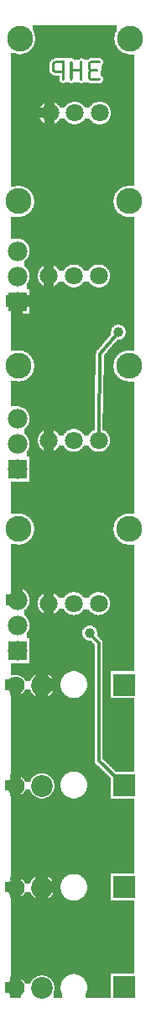
<source format=gbl>
G04 MADE WITH FRITZING*
G04 WWW.FRITZING.ORG*
G04 DOUBLE SIDED*
G04 HOLES PLATED*
G04 CONTOUR ON CENTER OF CONTOUR VECTOR*
%ASAXBY*%
%FSLAX23Y23*%
%MOIN*%
%OFA0B0*%
%SFA1.0B1.0*%
%ADD10C,0.075000*%
%ADD11C,0.086614*%
%ADD12C,0.086555*%
%ADD13C,0.070232*%
%ADD14C,0.070866*%
%ADD15C,0.102677*%
%ADD16C,0.078000*%
%ADD17C,0.039370*%
%ADD18R,0.086614X0.086614*%
%ADD19R,0.078000X0.078000*%
%ADD20C,0.012000*%
%ADD21R,0.001000X0.001000*%
%LNCOPPER0*%
G90*
G70*
G54D10*
X189Y3843D03*
G54D11*
X492Y885D03*
G54D12*
X164Y883D03*
G54D13*
X62Y883D03*
G54D11*
X492Y84D03*
G54D12*
X164Y81D03*
G54D13*
X62Y81D03*
G54D11*
X492Y1283D03*
G54D12*
X164Y1281D03*
G54D13*
X62Y1281D03*
G54D11*
X492Y482D03*
G54D12*
X164Y479D03*
G54D13*
X62Y479D03*
G54D14*
X390Y1605D03*
X193Y1605D03*
G54D15*
X73Y1901D03*
X510Y1901D03*
G54D14*
X291Y1605D03*
X390Y2252D03*
X193Y2252D03*
G54D15*
X73Y2547D03*
X510Y2547D03*
G54D14*
X291Y2252D03*
X390Y2904D03*
X193Y2904D03*
G54D15*
X73Y3200D03*
X510Y3200D03*
G54D14*
X291Y2904D03*
X394Y3550D03*
X197Y3550D03*
G54D15*
X77Y3845D03*
X514Y3845D03*
G54D14*
X295Y3550D03*
G54D16*
X67Y1418D03*
X67Y1518D03*
X67Y1618D03*
X67Y1418D03*
X67Y1518D03*
X67Y1618D03*
X67Y2803D03*
X67Y2903D03*
X67Y3003D03*
X67Y2803D03*
X67Y2903D03*
X67Y3003D03*
X67Y2138D03*
X67Y2238D03*
X67Y2338D03*
X67Y2138D03*
X67Y2238D03*
X67Y2338D03*
G54D17*
X468Y2681D03*
X354Y1488D03*
G54D18*
X492Y885D03*
X492Y84D03*
X492Y1283D03*
X492Y482D03*
G54D19*
X67Y1418D03*
X67Y1418D03*
X67Y2803D03*
X67Y2803D03*
X67Y2138D03*
X67Y2138D03*
G54D20*
X394Y2595D02*
X460Y2671D01*
D02*
X390Y2279D02*
X394Y2595D01*
D02*
X390Y1448D02*
X363Y1478D01*
D02*
X390Y981D02*
X390Y1448D01*
D02*
X465Y910D02*
X390Y981D01*
G36*
X128Y3897D02*
X128Y3877D01*
X130Y3877D01*
X130Y3873D01*
X132Y3873D01*
X132Y3869D01*
X134Y3869D01*
X134Y3863D01*
X136Y3863D01*
X136Y3855D01*
X138Y3855D01*
X138Y3835D01*
X136Y3835D01*
X136Y3827D01*
X134Y3827D01*
X134Y3821D01*
X132Y3821D01*
X132Y3817D01*
X130Y3817D01*
X130Y3813D01*
X128Y3813D01*
X128Y3811D01*
X126Y3811D01*
X126Y3807D01*
X124Y3807D01*
X124Y3805D01*
X122Y3805D01*
X122Y3803D01*
X120Y3803D01*
X120Y3801D01*
X118Y3801D01*
X118Y3799D01*
X116Y3799D01*
X116Y3797D01*
X114Y3797D01*
X114Y3795D01*
X110Y3795D01*
X110Y3793D01*
X108Y3793D01*
X108Y3791D01*
X104Y3791D01*
X104Y3789D01*
X100Y3789D01*
X100Y3787D01*
X92Y3787D01*
X92Y3785D01*
X82Y3785D01*
X82Y3783D01*
X508Y3783D01*
X508Y3785D01*
X498Y3785D01*
X498Y3787D01*
X492Y3787D01*
X492Y3789D01*
X486Y3789D01*
X486Y3791D01*
X482Y3791D01*
X482Y3793D01*
X480Y3793D01*
X480Y3795D01*
X476Y3795D01*
X476Y3797D01*
X474Y3797D01*
X474Y3799D01*
X472Y3799D01*
X472Y3801D01*
X470Y3801D01*
X470Y3803D01*
X468Y3803D01*
X468Y3805D01*
X466Y3805D01*
X466Y3807D01*
X464Y3807D01*
X464Y3811D01*
X462Y3811D01*
X462Y3813D01*
X460Y3813D01*
X460Y3817D01*
X458Y3817D01*
X458Y3821D01*
X456Y3821D01*
X456Y3827D01*
X454Y3827D01*
X454Y3837D01*
X452Y3837D01*
X452Y3853D01*
X454Y3853D01*
X454Y3863D01*
X456Y3863D01*
X456Y3869D01*
X458Y3869D01*
X458Y3873D01*
X460Y3873D01*
X460Y3877D01*
X462Y3877D01*
X462Y3897D01*
X128Y3897D01*
G37*
D02*
G36*
X40Y3787D02*
X40Y3783D01*
X70Y3783D01*
X70Y3785D01*
X60Y3785D01*
X60Y3787D01*
X40Y3787D01*
G37*
D02*
G36*
X40Y3783D02*
X40Y3781D01*
X530Y3781D01*
X530Y3783D01*
X40Y3783D01*
G37*
D02*
G36*
X40Y3783D02*
X40Y3781D01*
X530Y3781D01*
X530Y3783D01*
X40Y3783D01*
G37*
D02*
G36*
X40Y3781D02*
X40Y3767D01*
X398Y3767D01*
X398Y3765D01*
X402Y3765D01*
X402Y3763D01*
X404Y3763D01*
X404Y3761D01*
X406Y3761D01*
X406Y3759D01*
X408Y3759D01*
X408Y3745D01*
X406Y3745D01*
X406Y3741D01*
X404Y3741D01*
X404Y3739D01*
X400Y3739D01*
X400Y3717D01*
X398Y3717D01*
X398Y3697D01*
X402Y3697D01*
X402Y3695D01*
X404Y3695D01*
X404Y3693D01*
X406Y3693D01*
X406Y3691D01*
X408Y3691D01*
X408Y3677D01*
X406Y3677D01*
X406Y3673D01*
X404Y3673D01*
X404Y3671D01*
X400Y3671D01*
X400Y3669D01*
X530Y3669D01*
X530Y3781D01*
X40Y3781D01*
G37*
D02*
G36*
X40Y3767D02*
X40Y3669D01*
X244Y3669D01*
X244Y3671D01*
X240Y3671D01*
X240Y3673D01*
X238Y3673D01*
X238Y3675D01*
X236Y3675D01*
X236Y3679D01*
X234Y3679D01*
X234Y3699D01*
X212Y3699D01*
X212Y3701D01*
X208Y3701D01*
X208Y3703D01*
X204Y3703D01*
X204Y3705D01*
X202Y3705D01*
X202Y3707D01*
X200Y3707D01*
X200Y3709D01*
X198Y3709D01*
X198Y3713D01*
X196Y3713D01*
X196Y3721D01*
X194Y3721D01*
X194Y3745D01*
X196Y3745D01*
X196Y3751D01*
X198Y3751D01*
X198Y3755D01*
X200Y3755D01*
X200Y3759D01*
X202Y3759D01*
X202Y3761D01*
X206Y3761D01*
X206Y3763D01*
X210Y3763D01*
X210Y3765D01*
X214Y3765D01*
X214Y3767D01*
X40Y3767D01*
G37*
D02*
G36*
X286Y3767D02*
X286Y3765D01*
X290Y3765D01*
X290Y3763D01*
X314Y3763D01*
X314Y3765D01*
X318Y3765D01*
X318Y3767D01*
X286Y3767D01*
G37*
D02*
G36*
X326Y3767D02*
X326Y3765D01*
X330Y3765D01*
X330Y3763D01*
X350Y3763D01*
X350Y3765D01*
X354Y3765D01*
X354Y3767D01*
X326Y3767D01*
G37*
D02*
G36*
X292Y3673D02*
X292Y3671D01*
X288Y3671D01*
X288Y3669D01*
X316Y3669D01*
X316Y3671D01*
X312Y3671D01*
X312Y3673D01*
X292Y3673D01*
G37*
D02*
G36*
X254Y3671D02*
X254Y3669D01*
X276Y3669D01*
X276Y3671D01*
X254Y3671D01*
G37*
D02*
G36*
X328Y3671D02*
X328Y3669D01*
X352Y3669D01*
X352Y3671D01*
X328Y3671D01*
G37*
D02*
G36*
X40Y3669D02*
X40Y3667D01*
X530Y3667D01*
X530Y3669D01*
X40Y3669D01*
G37*
D02*
G36*
X40Y3669D02*
X40Y3667D01*
X530Y3667D01*
X530Y3669D01*
X40Y3669D01*
G37*
D02*
G36*
X40Y3669D02*
X40Y3667D01*
X530Y3667D01*
X530Y3669D01*
X40Y3669D01*
G37*
D02*
G36*
X40Y3669D02*
X40Y3667D01*
X530Y3667D01*
X530Y3669D01*
X40Y3669D01*
G37*
D02*
G36*
X40Y3669D02*
X40Y3667D01*
X530Y3667D01*
X530Y3669D01*
X40Y3669D01*
G37*
D02*
G36*
X40Y3667D02*
X40Y3595D01*
X404Y3595D01*
X404Y3593D01*
X410Y3593D01*
X410Y3591D01*
X414Y3591D01*
X414Y3589D01*
X418Y3589D01*
X418Y3587D01*
X420Y3587D01*
X420Y3585D01*
X424Y3585D01*
X424Y3583D01*
X426Y3583D01*
X426Y3581D01*
X428Y3581D01*
X428Y3577D01*
X430Y3577D01*
X430Y3575D01*
X432Y3575D01*
X432Y3571D01*
X434Y3571D01*
X434Y3569D01*
X436Y3569D01*
X436Y3561D01*
X438Y3561D01*
X438Y3537D01*
X436Y3537D01*
X436Y3531D01*
X434Y3531D01*
X434Y3527D01*
X432Y3527D01*
X432Y3525D01*
X430Y3525D01*
X430Y3521D01*
X428Y3521D01*
X428Y3519D01*
X426Y3519D01*
X426Y3517D01*
X424Y3517D01*
X424Y3515D01*
X422Y3515D01*
X422Y3513D01*
X418Y3513D01*
X418Y3511D01*
X416Y3511D01*
X416Y3509D01*
X412Y3509D01*
X412Y3507D01*
X404Y3507D01*
X404Y3505D01*
X530Y3505D01*
X530Y3667D01*
X40Y3667D01*
G37*
D02*
G36*
X40Y3595D02*
X40Y3505D01*
X186Y3505D01*
X186Y3507D01*
X178Y3507D01*
X178Y3509D01*
X176Y3509D01*
X176Y3511D01*
X172Y3511D01*
X172Y3513D01*
X168Y3513D01*
X168Y3515D01*
X166Y3515D01*
X166Y3517D01*
X164Y3517D01*
X164Y3519D01*
X162Y3519D01*
X162Y3521D01*
X160Y3521D01*
X160Y3525D01*
X158Y3525D01*
X158Y3529D01*
X156Y3529D01*
X156Y3531D01*
X154Y3531D01*
X154Y3537D01*
X152Y3537D01*
X152Y3561D01*
X154Y3561D01*
X154Y3567D01*
X156Y3567D01*
X156Y3571D01*
X158Y3571D01*
X158Y3575D01*
X160Y3575D01*
X160Y3577D01*
X162Y3577D01*
X162Y3579D01*
X164Y3579D01*
X164Y3583D01*
X168Y3583D01*
X168Y3585D01*
X170Y3585D01*
X170Y3587D01*
X172Y3587D01*
X172Y3589D01*
X176Y3589D01*
X176Y3591D01*
X180Y3591D01*
X180Y3593D01*
X186Y3593D01*
X186Y3595D01*
X40Y3595D01*
G37*
D02*
G36*
X206Y3595D02*
X206Y3593D01*
X214Y3593D01*
X214Y3591D01*
X218Y3591D01*
X218Y3589D01*
X220Y3589D01*
X220Y3587D01*
X224Y3587D01*
X224Y3585D01*
X226Y3585D01*
X226Y3583D01*
X228Y3583D01*
X228Y3581D01*
X230Y3581D01*
X230Y3579D01*
X232Y3579D01*
X232Y3577D01*
X234Y3577D01*
X234Y3573D01*
X236Y3573D01*
X236Y3571D01*
X256Y3571D01*
X256Y3575D01*
X258Y3575D01*
X258Y3577D01*
X260Y3577D01*
X260Y3579D01*
X262Y3579D01*
X262Y3581D01*
X264Y3581D01*
X264Y3583D01*
X266Y3583D01*
X266Y3585D01*
X268Y3585D01*
X268Y3587D01*
X270Y3587D01*
X270Y3589D01*
X274Y3589D01*
X274Y3591D01*
X278Y3591D01*
X278Y3593D01*
X286Y3593D01*
X286Y3595D01*
X206Y3595D01*
G37*
D02*
G36*
X304Y3595D02*
X304Y3593D01*
X312Y3593D01*
X312Y3591D01*
X316Y3591D01*
X316Y3589D01*
X320Y3589D01*
X320Y3587D01*
X322Y3587D01*
X322Y3585D01*
X324Y3585D01*
X324Y3583D01*
X326Y3583D01*
X326Y3581D01*
X328Y3581D01*
X328Y3579D01*
X330Y3579D01*
X330Y3577D01*
X332Y3577D01*
X332Y3575D01*
X334Y3575D01*
X334Y3571D01*
X354Y3571D01*
X354Y3573D01*
X356Y3573D01*
X356Y3577D01*
X358Y3577D01*
X358Y3579D01*
X360Y3579D01*
X360Y3581D01*
X362Y3581D01*
X362Y3583D01*
X364Y3583D01*
X364Y3585D01*
X366Y3585D01*
X366Y3587D01*
X370Y3587D01*
X370Y3589D01*
X372Y3589D01*
X372Y3591D01*
X378Y3591D01*
X378Y3593D01*
X384Y3593D01*
X384Y3595D01*
X304Y3595D01*
G37*
D02*
G36*
X236Y3529D02*
X236Y3525D01*
X234Y3525D01*
X234Y3523D01*
X232Y3523D01*
X232Y3521D01*
X230Y3521D01*
X230Y3517D01*
X226Y3517D01*
X226Y3515D01*
X224Y3515D01*
X224Y3513D01*
X222Y3513D01*
X222Y3511D01*
X218Y3511D01*
X218Y3509D01*
X214Y3509D01*
X214Y3507D01*
X208Y3507D01*
X208Y3505D01*
X284Y3505D01*
X284Y3507D01*
X278Y3507D01*
X278Y3509D01*
X274Y3509D01*
X274Y3511D01*
X270Y3511D01*
X270Y3513D01*
X268Y3513D01*
X268Y3515D01*
X264Y3515D01*
X264Y3517D01*
X262Y3517D01*
X262Y3521D01*
X260Y3521D01*
X260Y3523D01*
X258Y3523D01*
X258Y3525D01*
X256Y3525D01*
X256Y3529D01*
X236Y3529D01*
G37*
D02*
G36*
X334Y3529D02*
X334Y3525D01*
X332Y3525D01*
X332Y3523D01*
X330Y3523D01*
X330Y3519D01*
X328Y3519D01*
X328Y3517D01*
X326Y3517D01*
X326Y3515D01*
X322Y3515D01*
X322Y3513D01*
X320Y3513D01*
X320Y3511D01*
X316Y3511D01*
X316Y3509D01*
X312Y3509D01*
X312Y3507D01*
X306Y3507D01*
X306Y3505D01*
X382Y3505D01*
X382Y3507D01*
X376Y3507D01*
X376Y3509D01*
X372Y3509D01*
X372Y3511D01*
X368Y3511D01*
X368Y3513D01*
X366Y3513D01*
X366Y3515D01*
X364Y3515D01*
X364Y3517D01*
X362Y3517D01*
X362Y3519D01*
X360Y3519D01*
X360Y3521D01*
X358Y3521D01*
X358Y3523D01*
X356Y3523D01*
X356Y3525D01*
X354Y3525D01*
X354Y3529D01*
X334Y3529D01*
G37*
D02*
G36*
X40Y3505D02*
X40Y3503D01*
X530Y3503D01*
X530Y3505D01*
X40Y3505D01*
G37*
D02*
G36*
X40Y3505D02*
X40Y3503D01*
X530Y3503D01*
X530Y3505D01*
X40Y3505D01*
G37*
D02*
G36*
X40Y3505D02*
X40Y3503D01*
X530Y3503D01*
X530Y3505D01*
X40Y3505D01*
G37*
D02*
G36*
X40Y3505D02*
X40Y3503D01*
X530Y3503D01*
X530Y3505D01*
X40Y3505D01*
G37*
D02*
G36*
X40Y3503D02*
X40Y3261D01*
X82Y3261D01*
X82Y3259D01*
X92Y3259D01*
X92Y3257D01*
X96Y3257D01*
X96Y3255D01*
X100Y3255D01*
X100Y3253D01*
X104Y3253D01*
X104Y3251D01*
X108Y3251D01*
X108Y3249D01*
X110Y3249D01*
X110Y3247D01*
X112Y3247D01*
X112Y3245D01*
X114Y3245D01*
X114Y3243D01*
X116Y3243D01*
X116Y3241D01*
X118Y3241D01*
X118Y3239D01*
X120Y3239D01*
X120Y3237D01*
X122Y3237D01*
X122Y3235D01*
X124Y3235D01*
X124Y3231D01*
X126Y3231D01*
X126Y3227D01*
X128Y3227D01*
X128Y3223D01*
X130Y3223D01*
X130Y3219D01*
X132Y3219D01*
X132Y3209D01*
X134Y3209D01*
X134Y3189D01*
X132Y3189D01*
X132Y3181D01*
X130Y3181D01*
X130Y3175D01*
X128Y3175D01*
X128Y3171D01*
X126Y3171D01*
X126Y3167D01*
X124Y3167D01*
X124Y3165D01*
X122Y3165D01*
X122Y3163D01*
X120Y3163D01*
X120Y3159D01*
X118Y3159D01*
X118Y3157D01*
X116Y3157D01*
X116Y3155D01*
X114Y3155D01*
X114Y3153D01*
X112Y3153D01*
X112Y3151D01*
X108Y3151D01*
X108Y3149D01*
X106Y3149D01*
X106Y3147D01*
X102Y3147D01*
X102Y3145D01*
X98Y3145D01*
X98Y3143D01*
X94Y3143D01*
X94Y3141D01*
X86Y3141D01*
X86Y3139D01*
X40Y3139D01*
X40Y3053D01*
X72Y3053D01*
X72Y3051D01*
X80Y3051D01*
X80Y3049D01*
X86Y3049D01*
X86Y3047D01*
X90Y3047D01*
X90Y3045D01*
X94Y3045D01*
X94Y3043D01*
X96Y3043D01*
X96Y3041D01*
X98Y3041D01*
X98Y3039D01*
X102Y3039D01*
X102Y3035D01*
X104Y3035D01*
X104Y3033D01*
X106Y3033D01*
X106Y3031D01*
X108Y3031D01*
X108Y3027D01*
X110Y3027D01*
X110Y3023D01*
X112Y3023D01*
X112Y3019D01*
X114Y3019D01*
X114Y3011D01*
X116Y3011D01*
X116Y2995D01*
X114Y2995D01*
X114Y2989D01*
X112Y2989D01*
X112Y2983D01*
X110Y2983D01*
X110Y2979D01*
X108Y2979D01*
X108Y2975D01*
X106Y2975D01*
X106Y2973D01*
X104Y2973D01*
X104Y2971D01*
X102Y2971D01*
X102Y2969D01*
X100Y2969D01*
X100Y2967D01*
X98Y2967D01*
X98Y2965D01*
X96Y2965D01*
X96Y2963D01*
X94Y2963D01*
X94Y2949D01*
X402Y2949D01*
X402Y2947D01*
X408Y2947D01*
X408Y2945D01*
X412Y2945D01*
X412Y2943D01*
X414Y2943D01*
X414Y2941D01*
X418Y2941D01*
X418Y2939D01*
X420Y2939D01*
X420Y2937D01*
X422Y2937D01*
X422Y2935D01*
X424Y2935D01*
X424Y2933D01*
X426Y2933D01*
X426Y2929D01*
X428Y2929D01*
X428Y2927D01*
X430Y2927D01*
X430Y2923D01*
X432Y2923D01*
X432Y2917D01*
X434Y2917D01*
X434Y2891D01*
X432Y2891D01*
X432Y2885D01*
X430Y2885D01*
X430Y2883D01*
X428Y2883D01*
X428Y2879D01*
X426Y2879D01*
X426Y2877D01*
X424Y2877D01*
X424Y2873D01*
X422Y2873D01*
X422Y2871D01*
X420Y2871D01*
X420Y2869D01*
X416Y2869D01*
X416Y2867D01*
X414Y2867D01*
X414Y2865D01*
X410Y2865D01*
X410Y2863D01*
X406Y2863D01*
X406Y2861D01*
X400Y2861D01*
X400Y2859D01*
X530Y2859D01*
X530Y3139D01*
X496Y3139D01*
X496Y3141D01*
X488Y3141D01*
X488Y3143D01*
X484Y3143D01*
X484Y3145D01*
X480Y3145D01*
X480Y3147D01*
X476Y3147D01*
X476Y3149D01*
X474Y3149D01*
X474Y3151D01*
X472Y3151D01*
X472Y3153D01*
X468Y3153D01*
X468Y3155D01*
X466Y3155D01*
X466Y3157D01*
X464Y3157D01*
X464Y3159D01*
X462Y3159D01*
X462Y3163D01*
X460Y3163D01*
X460Y3165D01*
X458Y3165D01*
X458Y3169D01*
X456Y3169D01*
X456Y3171D01*
X454Y3171D01*
X454Y3177D01*
X452Y3177D01*
X452Y3181D01*
X450Y3181D01*
X450Y3191D01*
X448Y3191D01*
X448Y3207D01*
X450Y3207D01*
X450Y3217D01*
X452Y3217D01*
X452Y3223D01*
X454Y3223D01*
X454Y3227D01*
X456Y3227D01*
X456Y3231D01*
X458Y3231D01*
X458Y3235D01*
X460Y3235D01*
X460Y3237D01*
X462Y3237D01*
X462Y3239D01*
X464Y3239D01*
X464Y3241D01*
X466Y3241D01*
X466Y3243D01*
X468Y3243D01*
X468Y3245D01*
X470Y3245D01*
X470Y3247D01*
X472Y3247D01*
X472Y3249D01*
X474Y3249D01*
X474Y3251D01*
X478Y3251D01*
X478Y3253D01*
X482Y3253D01*
X482Y3255D01*
X486Y3255D01*
X486Y3257D01*
X492Y3257D01*
X492Y3259D01*
X500Y3259D01*
X500Y3261D01*
X530Y3261D01*
X530Y3503D01*
X40Y3503D01*
G37*
D02*
G36*
X40Y3261D02*
X40Y3259D01*
X62Y3259D01*
X62Y3261D01*
X40Y3261D01*
G37*
D02*
G36*
X40Y3053D02*
X40Y3051D01*
X62Y3051D01*
X62Y3053D01*
X40Y3053D01*
G37*
D02*
G36*
X94Y2949D02*
X94Y2943D01*
X96Y2943D01*
X96Y2941D01*
X98Y2941D01*
X98Y2939D01*
X102Y2939D01*
X102Y2935D01*
X104Y2935D01*
X104Y2933D01*
X106Y2933D01*
X106Y2931D01*
X108Y2931D01*
X108Y2927D01*
X110Y2927D01*
X110Y2923D01*
X112Y2923D01*
X112Y2919D01*
X114Y2919D01*
X114Y2911D01*
X116Y2911D01*
X116Y2895D01*
X114Y2895D01*
X114Y2889D01*
X112Y2889D01*
X112Y2883D01*
X110Y2883D01*
X110Y2879D01*
X108Y2879D01*
X108Y2875D01*
X106Y2875D01*
X106Y2873D01*
X104Y2873D01*
X104Y2859D01*
X184Y2859D01*
X184Y2861D01*
X176Y2861D01*
X176Y2863D01*
X172Y2863D01*
X172Y2865D01*
X168Y2865D01*
X168Y2867D01*
X166Y2867D01*
X166Y2869D01*
X164Y2869D01*
X164Y2871D01*
X160Y2871D01*
X160Y2875D01*
X158Y2875D01*
X158Y2877D01*
X156Y2877D01*
X156Y2879D01*
X154Y2879D01*
X154Y2883D01*
X152Y2883D01*
X152Y2887D01*
X150Y2887D01*
X150Y2893D01*
X148Y2893D01*
X148Y2915D01*
X150Y2915D01*
X150Y2923D01*
X152Y2923D01*
X152Y2925D01*
X154Y2925D01*
X154Y2929D01*
X156Y2929D01*
X156Y2931D01*
X158Y2931D01*
X158Y2935D01*
X160Y2935D01*
X160Y2937D01*
X162Y2937D01*
X162Y2939D01*
X164Y2939D01*
X164Y2941D01*
X168Y2941D01*
X168Y2943D01*
X172Y2943D01*
X172Y2945D01*
X174Y2945D01*
X174Y2947D01*
X182Y2947D01*
X182Y2949D01*
X94Y2949D01*
G37*
D02*
G36*
X204Y2949D02*
X204Y2947D01*
X210Y2947D01*
X210Y2945D01*
X214Y2945D01*
X214Y2943D01*
X218Y2943D01*
X218Y2941D01*
X220Y2941D01*
X220Y2939D01*
X222Y2939D01*
X222Y2937D01*
X226Y2937D01*
X226Y2933D01*
X228Y2933D01*
X228Y2931D01*
X230Y2931D01*
X230Y2929D01*
X232Y2929D01*
X232Y2925D01*
X252Y2925D01*
X252Y2929D01*
X254Y2929D01*
X254Y2931D01*
X256Y2931D01*
X256Y2933D01*
X258Y2933D01*
X258Y2937D01*
X260Y2937D01*
X260Y2939D01*
X264Y2939D01*
X264Y2941D01*
X266Y2941D01*
X266Y2943D01*
X270Y2943D01*
X270Y2945D01*
X274Y2945D01*
X274Y2947D01*
X280Y2947D01*
X280Y2949D01*
X204Y2949D01*
G37*
D02*
G36*
X302Y2949D02*
X302Y2947D01*
X310Y2947D01*
X310Y2945D01*
X312Y2945D01*
X312Y2943D01*
X316Y2943D01*
X316Y2941D01*
X318Y2941D01*
X318Y2939D01*
X322Y2939D01*
X322Y2937D01*
X324Y2937D01*
X324Y2935D01*
X326Y2935D01*
X326Y2931D01*
X328Y2931D01*
X328Y2929D01*
X330Y2929D01*
X330Y2925D01*
X350Y2925D01*
X350Y2927D01*
X352Y2927D01*
X352Y2931D01*
X354Y2931D01*
X354Y2933D01*
X356Y2933D01*
X356Y2935D01*
X358Y2935D01*
X358Y2937D01*
X360Y2937D01*
X360Y2939D01*
X362Y2939D01*
X362Y2941D01*
X364Y2941D01*
X364Y2943D01*
X368Y2943D01*
X368Y2945D01*
X372Y2945D01*
X372Y2947D01*
X378Y2947D01*
X378Y2949D01*
X302Y2949D01*
G37*
D02*
G36*
X232Y2883D02*
X232Y2881D01*
X230Y2881D01*
X230Y2877D01*
X228Y2877D01*
X228Y2875D01*
X226Y2875D01*
X226Y2873D01*
X224Y2873D01*
X224Y2871D01*
X222Y2871D01*
X222Y2869D01*
X220Y2869D01*
X220Y2867D01*
X216Y2867D01*
X216Y2865D01*
X214Y2865D01*
X214Y2863D01*
X208Y2863D01*
X208Y2861D01*
X202Y2861D01*
X202Y2859D01*
X282Y2859D01*
X282Y2861D01*
X274Y2861D01*
X274Y2863D01*
X270Y2863D01*
X270Y2865D01*
X268Y2865D01*
X268Y2867D01*
X264Y2867D01*
X264Y2869D01*
X262Y2869D01*
X262Y2871D01*
X260Y2871D01*
X260Y2873D01*
X258Y2873D01*
X258Y2875D01*
X256Y2875D01*
X256Y2877D01*
X254Y2877D01*
X254Y2879D01*
X252Y2879D01*
X252Y2883D01*
X232Y2883D01*
G37*
D02*
G36*
X330Y2883D02*
X330Y2879D01*
X328Y2879D01*
X328Y2877D01*
X326Y2877D01*
X326Y2875D01*
X324Y2875D01*
X324Y2871D01*
X320Y2871D01*
X320Y2869D01*
X318Y2869D01*
X318Y2867D01*
X316Y2867D01*
X316Y2865D01*
X312Y2865D01*
X312Y2863D01*
X308Y2863D01*
X308Y2861D01*
X300Y2861D01*
X300Y2859D01*
X380Y2859D01*
X380Y2861D01*
X374Y2861D01*
X374Y2863D01*
X370Y2863D01*
X370Y2865D01*
X366Y2865D01*
X366Y2867D01*
X362Y2867D01*
X362Y2869D01*
X360Y2869D01*
X360Y2871D01*
X358Y2871D01*
X358Y2873D01*
X356Y2873D01*
X356Y2875D01*
X354Y2875D01*
X354Y2877D01*
X352Y2877D01*
X352Y2881D01*
X350Y2881D01*
X350Y2883D01*
X330Y2883D01*
G37*
D02*
G36*
X104Y2859D02*
X104Y2857D01*
X530Y2857D01*
X530Y2859D01*
X104Y2859D01*
G37*
D02*
G36*
X104Y2859D02*
X104Y2857D01*
X530Y2857D01*
X530Y2859D01*
X104Y2859D01*
G37*
D02*
G36*
X104Y2859D02*
X104Y2857D01*
X530Y2857D01*
X530Y2859D01*
X104Y2859D01*
G37*
D02*
G36*
X104Y2859D02*
X104Y2857D01*
X530Y2857D01*
X530Y2859D01*
X104Y2859D01*
G37*
D02*
G36*
X104Y2857D02*
X104Y2853D01*
X116Y2853D01*
X116Y2755D01*
X40Y2755D01*
X40Y2711D01*
X476Y2711D01*
X476Y2709D01*
X480Y2709D01*
X480Y2707D01*
X484Y2707D01*
X484Y2705D01*
X488Y2705D01*
X488Y2703D01*
X490Y2703D01*
X490Y2701D01*
X492Y2701D01*
X492Y2697D01*
X494Y2697D01*
X494Y2695D01*
X496Y2695D01*
X496Y2689D01*
X498Y2689D01*
X498Y2675D01*
X496Y2675D01*
X496Y2669D01*
X494Y2669D01*
X494Y2665D01*
X492Y2665D01*
X492Y2663D01*
X490Y2663D01*
X490Y2661D01*
X488Y2661D01*
X488Y2659D01*
X486Y2659D01*
X486Y2657D01*
X484Y2657D01*
X484Y2655D01*
X480Y2655D01*
X480Y2653D01*
X472Y2653D01*
X472Y2651D01*
X462Y2651D01*
X462Y2649D01*
X460Y2649D01*
X460Y2645D01*
X458Y2645D01*
X458Y2643D01*
X456Y2643D01*
X456Y2641D01*
X454Y2641D01*
X454Y2639D01*
X452Y2639D01*
X452Y2637D01*
X450Y2637D01*
X450Y2635D01*
X448Y2635D01*
X448Y2631D01*
X446Y2631D01*
X446Y2629D01*
X444Y2629D01*
X444Y2627D01*
X442Y2627D01*
X442Y2625D01*
X440Y2625D01*
X440Y2623D01*
X438Y2623D01*
X438Y2621D01*
X436Y2621D01*
X436Y2617D01*
X434Y2617D01*
X434Y2615D01*
X432Y2615D01*
X432Y2613D01*
X430Y2613D01*
X430Y2611D01*
X428Y2611D01*
X428Y2609D01*
X426Y2609D01*
X426Y2607D01*
X424Y2607D01*
X424Y2603D01*
X422Y2603D01*
X422Y2601D01*
X420Y2601D01*
X420Y2599D01*
X418Y2599D01*
X418Y2597D01*
X416Y2597D01*
X416Y2595D01*
X414Y2595D01*
X414Y2593D01*
X412Y2593D01*
X412Y2589D01*
X410Y2589D01*
X410Y2511D01*
X408Y2511D01*
X408Y2359D01*
X406Y2359D01*
X406Y2293D01*
X410Y2293D01*
X410Y2291D01*
X414Y2291D01*
X414Y2289D01*
X416Y2289D01*
X416Y2287D01*
X420Y2287D01*
X420Y2285D01*
X422Y2285D01*
X422Y2283D01*
X424Y2283D01*
X424Y2279D01*
X426Y2279D01*
X426Y2277D01*
X428Y2277D01*
X428Y2273D01*
X430Y2273D01*
X430Y2271D01*
X432Y2271D01*
X432Y2265D01*
X434Y2265D01*
X434Y2239D01*
X432Y2239D01*
X432Y2233D01*
X430Y2233D01*
X430Y2229D01*
X428Y2229D01*
X428Y2227D01*
X426Y2227D01*
X426Y2223D01*
X424Y2223D01*
X424Y2221D01*
X422Y2221D01*
X422Y2219D01*
X420Y2219D01*
X420Y2217D01*
X418Y2217D01*
X418Y2215D01*
X414Y2215D01*
X414Y2213D01*
X412Y2213D01*
X412Y2211D01*
X408Y2211D01*
X408Y2209D01*
X400Y2209D01*
X400Y2207D01*
X530Y2207D01*
X530Y2485D01*
X504Y2485D01*
X504Y2487D01*
X494Y2487D01*
X494Y2489D01*
X488Y2489D01*
X488Y2491D01*
X482Y2491D01*
X482Y2493D01*
X480Y2493D01*
X480Y2495D01*
X476Y2495D01*
X476Y2497D01*
X474Y2497D01*
X474Y2499D01*
X470Y2499D01*
X470Y2501D01*
X468Y2501D01*
X468Y2503D01*
X466Y2503D01*
X466Y2505D01*
X464Y2505D01*
X464Y2507D01*
X462Y2507D01*
X462Y2509D01*
X460Y2509D01*
X460Y2513D01*
X458Y2513D01*
X458Y2515D01*
X456Y2515D01*
X456Y2519D01*
X454Y2519D01*
X454Y2523D01*
X452Y2523D01*
X452Y2529D01*
X450Y2529D01*
X450Y2539D01*
X448Y2539D01*
X448Y2555D01*
X450Y2555D01*
X450Y2565D01*
X452Y2565D01*
X452Y2571D01*
X454Y2571D01*
X454Y2575D01*
X456Y2575D01*
X456Y2579D01*
X458Y2579D01*
X458Y2581D01*
X460Y2581D01*
X460Y2585D01*
X462Y2585D01*
X462Y2587D01*
X464Y2587D01*
X464Y2589D01*
X466Y2589D01*
X466Y2591D01*
X468Y2591D01*
X468Y2593D01*
X470Y2593D01*
X470Y2595D01*
X472Y2595D01*
X472Y2597D01*
X476Y2597D01*
X476Y2599D01*
X478Y2599D01*
X478Y2601D01*
X482Y2601D01*
X482Y2603D01*
X486Y2603D01*
X486Y2605D01*
X494Y2605D01*
X494Y2607D01*
X504Y2607D01*
X504Y2609D01*
X530Y2609D01*
X530Y2857D01*
X104Y2857D01*
G37*
D02*
G36*
X40Y2711D02*
X40Y2609D01*
X78Y2609D01*
X78Y2607D01*
X90Y2607D01*
X90Y2605D01*
X96Y2605D01*
X96Y2603D01*
X100Y2603D01*
X100Y2601D01*
X104Y2601D01*
X104Y2599D01*
X106Y2599D01*
X106Y2597D01*
X110Y2597D01*
X110Y2595D01*
X112Y2595D01*
X112Y2593D01*
X114Y2593D01*
X114Y2591D01*
X116Y2591D01*
X116Y2589D01*
X118Y2589D01*
X118Y2587D01*
X120Y2587D01*
X120Y2585D01*
X122Y2585D01*
X122Y2581D01*
X124Y2581D01*
X124Y2579D01*
X126Y2579D01*
X126Y2575D01*
X128Y2575D01*
X128Y2571D01*
X130Y2571D01*
X130Y2565D01*
X132Y2565D01*
X132Y2557D01*
X134Y2557D01*
X134Y2537D01*
X132Y2537D01*
X132Y2529D01*
X130Y2529D01*
X130Y2523D01*
X128Y2523D01*
X128Y2519D01*
X126Y2519D01*
X126Y2515D01*
X124Y2515D01*
X124Y2513D01*
X122Y2513D01*
X122Y2509D01*
X120Y2509D01*
X120Y2507D01*
X118Y2507D01*
X118Y2505D01*
X116Y2505D01*
X116Y2503D01*
X114Y2503D01*
X114Y2501D01*
X112Y2501D01*
X112Y2499D01*
X110Y2499D01*
X110Y2497D01*
X106Y2497D01*
X106Y2495D01*
X104Y2495D01*
X104Y2493D01*
X100Y2493D01*
X100Y2491D01*
X96Y2491D01*
X96Y2489D01*
X88Y2489D01*
X88Y2487D01*
X78Y2487D01*
X78Y2485D01*
X376Y2485D01*
X376Y2513D01*
X378Y2513D01*
X378Y2599D01*
X380Y2599D01*
X380Y2603D01*
X382Y2603D01*
X382Y2607D01*
X384Y2607D01*
X384Y2609D01*
X386Y2609D01*
X386Y2611D01*
X388Y2611D01*
X388Y2613D01*
X390Y2613D01*
X390Y2615D01*
X392Y2615D01*
X392Y2619D01*
X394Y2619D01*
X394Y2621D01*
X396Y2621D01*
X396Y2623D01*
X398Y2623D01*
X398Y2625D01*
X400Y2625D01*
X400Y2627D01*
X402Y2627D01*
X402Y2629D01*
X404Y2629D01*
X404Y2633D01*
X406Y2633D01*
X406Y2635D01*
X408Y2635D01*
X408Y2637D01*
X410Y2637D01*
X410Y2639D01*
X412Y2639D01*
X412Y2641D01*
X414Y2641D01*
X414Y2643D01*
X416Y2643D01*
X416Y2647D01*
X418Y2647D01*
X418Y2649D01*
X420Y2649D01*
X420Y2651D01*
X422Y2651D01*
X422Y2653D01*
X424Y2653D01*
X424Y2655D01*
X426Y2655D01*
X426Y2657D01*
X428Y2657D01*
X428Y2661D01*
X430Y2661D01*
X430Y2663D01*
X432Y2663D01*
X432Y2665D01*
X434Y2665D01*
X434Y2667D01*
X436Y2667D01*
X436Y2669D01*
X438Y2669D01*
X438Y2685D01*
X440Y2685D01*
X440Y2693D01*
X442Y2693D01*
X442Y2697D01*
X444Y2697D01*
X444Y2699D01*
X446Y2699D01*
X446Y2701D01*
X448Y2701D01*
X448Y2703D01*
X450Y2703D01*
X450Y2705D01*
X452Y2705D01*
X452Y2707D01*
X456Y2707D01*
X456Y2709D01*
X462Y2709D01*
X462Y2711D01*
X40Y2711D01*
G37*
D02*
G36*
X40Y2609D02*
X40Y2607D01*
X66Y2607D01*
X66Y2609D01*
X40Y2609D01*
G37*
D02*
G36*
X40Y2487D02*
X40Y2485D01*
X68Y2485D01*
X68Y2487D01*
X40Y2487D01*
G37*
D02*
G36*
X40Y2485D02*
X40Y2483D01*
X376Y2483D01*
X376Y2485D01*
X40Y2485D01*
G37*
D02*
G36*
X40Y2485D02*
X40Y2483D01*
X376Y2483D01*
X376Y2485D01*
X40Y2485D01*
G37*
D02*
G36*
X40Y2483D02*
X40Y2387D01*
X76Y2387D01*
X76Y2385D01*
X82Y2385D01*
X82Y2383D01*
X88Y2383D01*
X88Y2381D01*
X92Y2381D01*
X92Y2379D01*
X94Y2379D01*
X94Y2377D01*
X98Y2377D01*
X98Y2375D01*
X100Y2375D01*
X100Y2373D01*
X102Y2373D01*
X102Y2371D01*
X104Y2371D01*
X104Y2369D01*
X106Y2369D01*
X106Y2365D01*
X108Y2365D01*
X108Y2363D01*
X110Y2363D01*
X110Y2359D01*
X112Y2359D01*
X112Y2353D01*
X114Y2353D01*
X114Y2345D01*
X116Y2345D01*
X116Y2331D01*
X114Y2331D01*
X114Y2323D01*
X112Y2323D01*
X112Y2317D01*
X110Y2317D01*
X110Y2313D01*
X108Y2313D01*
X108Y2311D01*
X106Y2311D01*
X106Y2307D01*
X104Y2307D01*
X104Y2305D01*
X102Y2305D01*
X102Y2303D01*
X100Y2303D01*
X100Y2301D01*
X98Y2301D01*
X98Y2299D01*
X94Y2299D01*
X94Y2297D01*
X300Y2297D01*
X300Y2295D01*
X308Y2295D01*
X308Y2293D01*
X312Y2293D01*
X312Y2291D01*
X316Y2291D01*
X316Y2289D01*
X318Y2289D01*
X318Y2287D01*
X320Y2287D01*
X320Y2285D01*
X324Y2285D01*
X324Y2281D01*
X326Y2281D01*
X326Y2279D01*
X328Y2279D01*
X328Y2277D01*
X330Y2277D01*
X330Y2273D01*
X350Y2273D01*
X350Y2275D01*
X352Y2275D01*
X352Y2279D01*
X354Y2279D01*
X354Y2281D01*
X356Y2281D01*
X356Y2283D01*
X358Y2283D01*
X358Y2285D01*
X360Y2285D01*
X360Y2287D01*
X362Y2287D01*
X362Y2289D01*
X366Y2289D01*
X366Y2291D01*
X368Y2291D01*
X368Y2293D01*
X374Y2293D01*
X374Y2361D01*
X376Y2361D01*
X376Y2483D01*
X40Y2483D01*
G37*
D02*
G36*
X94Y2297D02*
X94Y2277D01*
X98Y2277D01*
X98Y2275D01*
X100Y2275D01*
X100Y2273D01*
X102Y2273D01*
X102Y2271D01*
X104Y2271D01*
X104Y2269D01*
X106Y2269D01*
X106Y2265D01*
X108Y2265D01*
X108Y2263D01*
X110Y2263D01*
X110Y2259D01*
X112Y2259D01*
X112Y2253D01*
X114Y2253D01*
X114Y2245D01*
X116Y2245D01*
X116Y2231D01*
X114Y2231D01*
X114Y2223D01*
X112Y2223D01*
X112Y2217D01*
X110Y2217D01*
X110Y2213D01*
X108Y2213D01*
X108Y2211D01*
X106Y2211D01*
X106Y2207D01*
X182Y2207D01*
X182Y2209D01*
X174Y2209D01*
X174Y2211D01*
X172Y2211D01*
X172Y2213D01*
X168Y2213D01*
X168Y2215D01*
X166Y2215D01*
X166Y2217D01*
X162Y2217D01*
X162Y2219D01*
X160Y2219D01*
X160Y2221D01*
X158Y2221D01*
X158Y2225D01*
X156Y2225D01*
X156Y2227D01*
X154Y2227D01*
X154Y2231D01*
X152Y2231D01*
X152Y2233D01*
X150Y2233D01*
X150Y2241D01*
X148Y2241D01*
X148Y2263D01*
X150Y2263D01*
X150Y2269D01*
X152Y2269D01*
X152Y2273D01*
X154Y2273D01*
X154Y2277D01*
X156Y2277D01*
X156Y2279D01*
X158Y2279D01*
X158Y2281D01*
X160Y2281D01*
X160Y2285D01*
X164Y2285D01*
X164Y2287D01*
X166Y2287D01*
X166Y2289D01*
X168Y2289D01*
X168Y2291D01*
X172Y2291D01*
X172Y2293D01*
X176Y2293D01*
X176Y2295D01*
X182Y2295D01*
X182Y2297D01*
X94Y2297D01*
G37*
D02*
G36*
X202Y2297D02*
X202Y2295D01*
X210Y2295D01*
X210Y2293D01*
X214Y2293D01*
X214Y2291D01*
X216Y2291D01*
X216Y2289D01*
X220Y2289D01*
X220Y2287D01*
X222Y2287D01*
X222Y2285D01*
X224Y2285D01*
X224Y2283D01*
X226Y2283D01*
X226Y2281D01*
X228Y2281D01*
X228Y2279D01*
X230Y2279D01*
X230Y2275D01*
X232Y2275D01*
X232Y2273D01*
X252Y2273D01*
X252Y2277D01*
X254Y2277D01*
X254Y2279D01*
X256Y2279D01*
X256Y2281D01*
X258Y2281D01*
X258Y2283D01*
X260Y2283D01*
X260Y2285D01*
X262Y2285D01*
X262Y2287D01*
X264Y2287D01*
X264Y2289D01*
X266Y2289D01*
X266Y2291D01*
X270Y2291D01*
X270Y2293D01*
X274Y2293D01*
X274Y2295D01*
X282Y2295D01*
X282Y2297D01*
X202Y2297D01*
G37*
D02*
G36*
X232Y2231D02*
X232Y2227D01*
X230Y2227D01*
X230Y2225D01*
X228Y2225D01*
X228Y2223D01*
X226Y2223D01*
X226Y2219D01*
X222Y2219D01*
X222Y2217D01*
X220Y2217D01*
X220Y2215D01*
X218Y2215D01*
X218Y2213D01*
X214Y2213D01*
X214Y2211D01*
X210Y2211D01*
X210Y2209D01*
X204Y2209D01*
X204Y2207D01*
X280Y2207D01*
X280Y2209D01*
X274Y2209D01*
X274Y2211D01*
X270Y2211D01*
X270Y2213D01*
X266Y2213D01*
X266Y2215D01*
X264Y2215D01*
X264Y2217D01*
X262Y2217D01*
X262Y2219D01*
X258Y2219D01*
X258Y2223D01*
X256Y2223D01*
X256Y2225D01*
X254Y2225D01*
X254Y2227D01*
X252Y2227D01*
X252Y2231D01*
X232Y2231D01*
G37*
D02*
G36*
X330Y2231D02*
X330Y2227D01*
X328Y2227D01*
X328Y2225D01*
X326Y2225D01*
X326Y2221D01*
X324Y2221D01*
X324Y2219D01*
X322Y2219D01*
X322Y2217D01*
X318Y2217D01*
X318Y2215D01*
X316Y2215D01*
X316Y2213D01*
X312Y2213D01*
X312Y2211D01*
X308Y2211D01*
X308Y2209D01*
X302Y2209D01*
X302Y2207D01*
X378Y2207D01*
X378Y2209D01*
X372Y2209D01*
X372Y2211D01*
X368Y2211D01*
X368Y2213D01*
X364Y2213D01*
X364Y2215D01*
X362Y2215D01*
X362Y2217D01*
X360Y2217D01*
X360Y2219D01*
X358Y2219D01*
X358Y2221D01*
X356Y2221D01*
X356Y2223D01*
X354Y2223D01*
X354Y2225D01*
X352Y2225D01*
X352Y2229D01*
X350Y2229D01*
X350Y2231D01*
X330Y2231D01*
G37*
D02*
G36*
X104Y2207D02*
X104Y2205D01*
X530Y2205D01*
X530Y2207D01*
X104Y2207D01*
G37*
D02*
G36*
X104Y2207D02*
X104Y2205D01*
X530Y2205D01*
X530Y2207D01*
X104Y2207D01*
G37*
D02*
G36*
X104Y2207D02*
X104Y2205D01*
X530Y2205D01*
X530Y2207D01*
X104Y2207D01*
G37*
D02*
G36*
X104Y2207D02*
X104Y2205D01*
X530Y2205D01*
X530Y2207D01*
X104Y2207D01*
G37*
D02*
G36*
X104Y2205D02*
X104Y2187D01*
X116Y2187D01*
X116Y2089D01*
X40Y2089D01*
X40Y1961D01*
X88Y1961D01*
X88Y1959D01*
X94Y1959D01*
X94Y1957D01*
X98Y1957D01*
X98Y1955D01*
X102Y1955D01*
X102Y1953D01*
X106Y1953D01*
X106Y1951D01*
X108Y1951D01*
X108Y1949D01*
X112Y1949D01*
X112Y1947D01*
X114Y1947D01*
X114Y1945D01*
X116Y1945D01*
X116Y1943D01*
X118Y1943D01*
X118Y1941D01*
X120Y1941D01*
X120Y1939D01*
X122Y1939D01*
X122Y1935D01*
X124Y1935D01*
X124Y1933D01*
X126Y1933D01*
X126Y1929D01*
X128Y1929D01*
X128Y1925D01*
X130Y1925D01*
X130Y1919D01*
X132Y1919D01*
X132Y1911D01*
X134Y1911D01*
X134Y1891D01*
X132Y1891D01*
X132Y1881D01*
X130Y1881D01*
X130Y1877D01*
X128Y1877D01*
X128Y1873D01*
X126Y1873D01*
X126Y1869D01*
X124Y1869D01*
X124Y1865D01*
X122Y1865D01*
X122Y1863D01*
X120Y1863D01*
X120Y1861D01*
X118Y1861D01*
X118Y1859D01*
X116Y1859D01*
X116Y1857D01*
X114Y1857D01*
X114Y1855D01*
X112Y1855D01*
X112Y1853D01*
X110Y1853D01*
X110Y1851D01*
X108Y1851D01*
X108Y1849D01*
X104Y1849D01*
X104Y1847D01*
X100Y1847D01*
X100Y1845D01*
X96Y1845D01*
X96Y1843D01*
X90Y1843D01*
X90Y1841D01*
X82Y1841D01*
X82Y1839D01*
X500Y1839D01*
X500Y1841D01*
X492Y1841D01*
X492Y1843D01*
X486Y1843D01*
X486Y1845D01*
X482Y1845D01*
X482Y1847D01*
X478Y1847D01*
X478Y1849D01*
X476Y1849D01*
X476Y1851D01*
X472Y1851D01*
X472Y1853D01*
X470Y1853D01*
X470Y1855D01*
X468Y1855D01*
X468Y1857D01*
X466Y1857D01*
X466Y1859D01*
X464Y1859D01*
X464Y1861D01*
X462Y1861D01*
X462Y1863D01*
X460Y1863D01*
X460Y1867D01*
X458Y1867D01*
X458Y1869D01*
X456Y1869D01*
X456Y1873D01*
X454Y1873D01*
X454Y1877D01*
X452Y1877D01*
X452Y1883D01*
X450Y1883D01*
X450Y1893D01*
X448Y1893D01*
X448Y1909D01*
X450Y1909D01*
X450Y1919D01*
X452Y1919D01*
X452Y1925D01*
X454Y1925D01*
X454Y1929D01*
X456Y1929D01*
X456Y1931D01*
X458Y1931D01*
X458Y1935D01*
X460Y1935D01*
X460Y1937D01*
X462Y1937D01*
X462Y1941D01*
X464Y1941D01*
X464Y1943D01*
X466Y1943D01*
X466Y1945D01*
X468Y1945D01*
X468Y1947D01*
X470Y1947D01*
X470Y1949D01*
X474Y1949D01*
X474Y1951D01*
X476Y1951D01*
X476Y1953D01*
X480Y1953D01*
X480Y1955D01*
X484Y1955D01*
X484Y1957D01*
X488Y1957D01*
X488Y1959D01*
X496Y1959D01*
X496Y1961D01*
X530Y1961D01*
X530Y2205D01*
X104Y2205D01*
G37*
D02*
G36*
X40Y1841D02*
X40Y1839D01*
X64Y1839D01*
X64Y1841D01*
X40Y1841D01*
G37*
D02*
G36*
X40Y1839D02*
X40Y1837D01*
X530Y1837D01*
X530Y1839D01*
X40Y1839D01*
G37*
D02*
G36*
X40Y1839D02*
X40Y1837D01*
X530Y1837D01*
X530Y1839D01*
X40Y1839D01*
G37*
D02*
G36*
X40Y1837D02*
X40Y1667D01*
X78Y1667D01*
X78Y1665D01*
X84Y1665D01*
X84Y1663D01*
X88Y1663D01*
X88Y1661D01*
X92Y1661D01*
X92Y1659D01*
X96Y1659D01*
X96Y1657D01*
X98Y1657D01*
X98Y1655D01*
X100Y1655D01*
X100Y1653D01*
X102Y1653D01*
X102Y1651D01*
X396Y1651D01*
X396Y1649D01*
X404Y1649D01*
X404Y1647D01*
X410Y1647D01*
X410Y1645D01*
X412Y1645D01*
X412Y1643D01*
X416Y1643D01*
X416Y1641D01*
X418Y1641D01*
X418Y1639D01*
X420Y1639D01*
X420Y1637D01*
X422Y1637D01*
X422Y1635D01*
X424Y1635D01*
X424Y1633D01*
X426Y1633D01*
X426Y1631D01*
X428Y1631D01*
X428Y1627D01*
X430Y1627D01*
X430Y1623D01*
X432Y1623D01*
X432Y1617D01*
X434Y1617D01*
X434Y1593D01*
X432Y1593D01*
X432Y1587D01*
X430Y1587D01*
X430Y1583D01*
X428Y1583D01*
X428Y1579D01*
X426Y1579D01*
X426Y1577D01*
X424Y1577D01*
X424Y1575D01*
X422Y1575D01*
X422Y1573D01*
X420Y1573D01*
X420Y1571D01*
X418Y1571D01*
X418Y1569D01*
X416Y1569D01*
X416Y1567D01*
X412Y1567D01*
X412Y1565D01*
X408Y1565D01*
X408Y1563D01*
X402Y1563D01*
X402Y1561D01*
X392Y1561D01*
X392Y1559D01*
X530Y1559D01*
X530Y1837D01*
X40Y1837D01*
G37*
D02*
G36*
X104Y1651D02*
X104Y1649D01*
X106Y1649D01*
X106Y1645D01*
X108Y1645D01*
X108Y1643D01*
X110Y1643D01*
X110Y1639D01*
X112Y1639D01*
X112Y1633D01*
X114Y1633D01*
X114Y1625D01*
X116Y1625D01*
X116Y1611D01*
X114Y1611D01*
X114Y1603D01*
X112Y1603D01*
X112Y1597D01*
X110Y1597D01*
X110Y1595D01*
X108Y1595D01*
X108Y1591D01*
X106Y1591D01*
X106Y1589D01*
X104Y1589D01*
X104Y1585D01*
X102Y1585D01*
X102Y1583D01*
X100Y1583D01*
X100Y1581D01*
X96Y1581D01*
X96Y1579D01*
X94Y1579D01*
X94Y1559D01*
X190Y1559D01*
X190Y1561D01*
X180Y1561D01*
X180Y1563D01*
X174Y1563D01*
X174Y1565D01*
X170Y1565D01*
X170Y1567D01*
X166Y1567D01*
X166Y1569D01*
X164Y1569D01*
X164Y1571D01*
X162Y1571D01*
X162Y1573D01*
X160Y1573D01*
X160Y1575D01*
X158Y1575D01*
X158Y1577D01*
X156Y1577D01*
X156Y1581D01*
X154Y1581D01*
X154Y1583D01*
X152Y1583D01*
X152Y1587D01*
X150Y1587D01*
X150Y1593D01*
X148Y1593D01*
X148Y1617D01*
X150Y1617D01*
X150Y1623D01*
X152Y1623D01*
X152Y1627D01*
X154Y1627D01*
X154Y1631D01*
X156Y1631D01*
X156Y1633D01*
X158Y1633D01*
X158Y1635D01*
X160Y1635D01*
X160Y1637D01*
X162Y1637D01*
X162Y1639D01*
X164Y1639D01*
X164Y1641D01*
X166Y1641D01*
X166Y1643D01*
X170Y1643D01*
X170Y1645D01*
X172Y1645D01*
X172Y1647D01*
X178Y1647D01*
X178Y1649D01*
X186Y1649D01*
X186Y1651D01*
X104Y1651D01*
G37*
D02*
G36*
X200Y1651D02*
X200Y1649D01*
X208Y1649D01*
X208Y1647D01*
X212Y1647D01*
X212Y1645D01*
X216Y1645D01*
X216Y1643D01*
X220Y1643D01*
X220Y1641D01*
X222Y1641D01*
X222Y1639D01*
X224Y1639D01*
X224Y1637D01*
X226Y1637D01*
X226Y1635D01*
X228Y1635D01*
X228Y1633D01*
X230Y1633D01*
X230Y1629D01*
X232Y1629D01*
X232Y1627D01*
X252Y1627D01*
X252Y1629D01*
X254Y1629D01*
X254Y1633D01*
X256Y1633D01*
X256Y1635D01*
X258Y1635D01*
X258Y1637D01*
X260Y1637D01*
X260Y1639D01*
X262Y1639D01*
X262Y1641D01*
X264Y1641D01*
X264Y1643D01*
X268Y1643D01*
X268Y1645D01*
X272Y1645D01*
X272Y1647D01*
X276Y1647D01*
X276Y1649D01*
X284Y1649D01*
X284Y1651D01*
X200Y1651D01*
G37*
D02*
G36*
X298Y1651D02*
X298Y1649D01*
X306Y1649D01*
X306Y1647D01*
X310Y1647D01*
X310Y1645D01*
X314Y1645D01*
X314Y1643D01*
X318Y1643D01*
X318Y1641D01*
X320Y1641D01*
X320Y1639D01*
X322Y1639D01*
X322Y1637D01*
X324Y1637D01*
X324Y1635D01*
X326Y1635D01*
X326Y1633D01*
X328Y1633D01*
X328Y1631D01*
X330Y1631D01*
X330Y1627D01*
X350Y1627D01*
X350Y1629D01*
X352Y1629D01*
X352Y1631D01*
X354Y1631D01*
X354Y1635D01*
X356Y1635D01*
X356Y1637D01*
X358Y1637D01*
X358Y1639D01*
X360Y1639D01*
X360Y1641D01*
X364Y1641D01*
X364Y1643D01*
X366Y1643D01*
X366Y1645D01*
X370Y1645D01*
X370Y1647D01*
X374Y1647D01*
X374Y1649D01*
X382Y1649D01*
X382Y1651D01*
X298Y1651D01*
G37*
D02*
G36*
X232Y1585D02*
X232Y1581D01*
X230Y1581D01*
X230Y1579D01*
X228Y1579D01*
X228Y1575D01*
X226Y1575D01*
X226Y1573D01*
X224Y1573D01*
X224Y1571D01*
X220Y1571D01*
X220Y1569D01*
X218Y1569D01*
X218Y1567D01*
X216Y1567D01*
X216Y1565D01*
X212Y1565D01*
X212Y1563D01*
X206Y1563D01*
X206Y1561D01*
X196Y1561D01*
X196Y1559D01*
X288Y1559D01*
X288Y1561D01*
X278Y1561D01*
X278Y1563D01*
X272Y1563D01*
X272Y1565D01*
X268Y1565D01*
X268Y1567D01*
X266Y1567D01*
X266Y1569D01*
X262Y1569D01*
X262Y1571D01*
X260Y1571D01*
X260Y1573D01*
X258Y1573D01*
X258Y1575D01*
X256Y1575D01*
X256Y1579D01*
X254Y1579D01*
X254Y1581D01*
X252Y1581D01*
X252Y1585D01*
X232Y1585D01*
G37*
D02*
G36*
X330Y1583D02*
X330Y1581D01*
X328Y1581D01*
X328Y1577D01*
X326Y1577D01*
X326Y1575D01*
X324Y1575D01*
X324Y1573D01*
X322Y1573D01*
X322Y1571D01*
X320Y1571D01*
X320Y1569D01*
X316Y1569D01*
X316Y1567D01*
X314Y1567D01*
X314Y1565D01*
X310Y1565D01*
X310Y1563D01*
X304Y1563D01*
X304Y1561D01*
X294Y1561D01*
X294Y1559D01*
X386Y1559D01*
X386Y1561D01*
X376Y1561D01*
X376Y1563D01*
X370Y1563D01*
X370Y1565D01*
X368Y1565D01*
X368Y1567D01*
X364Y1567D01*
X364Y1569D01*
X362Y1569D01*
X362Y1571D01*
X358Y1571D01*
X358Y1573D01*
X356Y1573D01*
X356Y1577D01*
X354Y1577D01*
X354Y1579D01*
X352Y1579D01*
X352Y1581D01*
X350Y1581D01*
X350Y1583D01*
X330Y1583D01*
G37*
D02*
G36*
X96Y1559D02*
X96Y1557D01*
X530Y1557D01*
X530Y1559D01*
X96Y1559D01*
G37*
D02*
G36*
X96Y1559D02*
X96Y1557D01*
X530Y1557D01*
X530Y1559D01*
X96Y1559D01*
G37*
D02*
G36*
X96Y1559D02*
X96Y1557D01*
X530Y1557D01*
X530Y1559D01*
X96Y1559D01*
G37*
D02*
G36*
X96Y1559D02*
X96Y1557D01*
X530Y1557D01*
X530Y1559D01*
X96Y1559D01*
G37*
D02*
G36*
X98Y1557D02*
X98Y1555D01*
X100Y1555D01*
X100Y1553D01*
X102Y1553D01*
X102Y1551D01*
X104Y1551D01*
X104Y1549D01*
X106Y1549D01*
X106Y1545D01*
X108Y1545D01*
X108Y1543D01*
X110Y1543D01*
X110Y1539D01*
X112Y1539D01*
X112Y1533D01*
X114Y1533D01*
X114Y1525D01*
X116Y1525D01*
X116Y1517D01*
X364Y1517D01*
X364Y1515D01*
X368Y1515D01*
X368Y1513D01*
X372Y1513D01*
X372Y1511D01*
X374Y1511D01*
X374Y1509D01*
X376Y1509D01*
X376Y1507D01*
X378Y1507D01*
X378Y1505D01*
X380Y1505D01*
X380Y1501D01*
X382Y1501D01*
X382Y1495D01*
X384Y1495D01*
X384Y1477D01*
X386Y1477D01*
X386Y1475D01*
X388Y1475D01*
X388Y1473D01*
X390Y1473D01*
X390Y1471D01*
X392Y1471D01*
X392Y1469D01*
X394Y1469D01*
X394Y1467D01*
X396Y1467D01*
X396Y1463D01*
X398Y1463D01*
X398Y1461D01*
X400Y1461D01*
X400Y1459D01*
X402Y1459D01*
X402Y1457D01*
X404Y1457D01*
X404Y1453D01*
X406Y1453D01*
X406Y987D01*
X408Y987D01*
X408Y985D01*
X410Y985D01*
X410Y983D01*
X412Y983D01*
X412Y981D01*
X414Y981D01*
X414Y979D01*
X416Y979D01*
X416Y977D01*
X418Y977D01*
X418Y975D01*
X420Y975D01*
X420Y973D01*
X422Y973D01*
X422Y971D01*
X426Y971D01*
X426Y969D01*
X428Y969D01*
X428Y967D01*
X430Y967D01*
X430Y965D01*
X432Y965D01*
X432Y963D01*
X434Y963D01*
X434Y961D01*
X436Y961D01*
X436Y959D01*
X438Y959D01*
X438Y957D01*
X440Y957D01*
X440Y955D01*
X442Y955D01*
X442Y953D01*
X444Y953D01*
X444Y951D01*
X446Y951D01*
X446Y949D01*
X448Y949D01*
X448Y947D01*
X450Y947D01*
X450Y945D01*
X452Y945D01*
X452Y943D01*
X454Y943D01*
X454Y941D01*
X456Y941D01*
X456Y939D01*
X530Y939D01*
X530Y1231D01*
X438Y1231D01*
X438Y1337D01*
X530Y1337D01*
X530Y1557D01*
X98Y1557D01*
G37*
D02*
G36*
X116Y1517D02*
X116Y1511D01*
X114Y1511D01*
X114Y1503D01*
X112Y1503D01*
X112Y1497D01*
X110Y1497D01*
X110Y1495D01*
X108Y1495D01*
X108Y1491D01*
X106Y1491D01*
X106Y1489D01*
X104Y1489D01*
X104Y1467D01*
X116Y1467D01*
X116Y1369D01*
X40Y1369D01*
X40Y1337D01*
X300Y1337D01*
X300Y1335D01*
X308Y1335D01*
X308Y1333D01*
X312Y1333D01*
X312Y1331D01*
X316Y1331D01*
X316Y1329D01*
X320Y1329D01*
X320Y1327D01*
X324Y1327D01*
X324Y1325D01*
X326Y1325D01*
X326Y1323D01*
X328Y1323D01*
X328Y1321D01*
X330Y1321D01*
X330Y1319D01*
X332Y1319D01*
X332Y1317D01*
X334Y1317D01*
X334Y1313D01*
X336Y1313D01*
X336Y1311D01*
X338Y1311D01*
X338Y1307D01*
X340Y1307D01*
X340Y1301D01*
X342Y1301D01*
X342Y1295D01*
X344Y1295D01*
X344Y1273D01*
X342Y1273D01*
X342Y1265D01*
X340Y1265D01*
X340Y1261D01*
X338Y1261D01*
X338Y1257D01*
X336Y1257D01*
X336Y1253D01*
X334Y1253D01*
X334Y1251D01*
X332Y1251D01*
X332Y1249D01*
X330Y1249D01*
X330Y1247D01*
X328Y1247D01*
X328Y1245D01*
X326Y1245D01*
X326Y1243D01*
X324Y1243D01*
X324Y1241D01*
X322Y1241D01*
X322Y1239D01*
X318Y1239D01*
X318Y1237D01*
X314Y1237D01*
X314Y1235D01*
X310Y1235D01*
X310Y1233D01*
X304Y1233D01*
X304Y1231D01*
X374Y1231D01*
X374Y1443D01*
X372Y1443D01*
X372Y1445D01*
X370Y1445D01*
X370Y1447D01*
X368Y1447D01*
X368Y1449D01*
X366Y1449D01*
X366Y1451D01*
X364Y1451D01*
X364Y1455D01*
X362Y1455D01*
X362Y1457D01*
X360Y1457D01*
X360Y1459D01*
X346Y1459D01*
X346Y1461D01*
X340Y1461D01*
X340Y1463D01*
X338Y1463D01*
X338Y1465D01*
X334Y1465D01*
X334Y1467D01*
X332Y1467D01*
X332Y1471D01*
X330Y1471D01*
X330Y1473D01*
X328Y1473D01*
X328Y1477D01*
X326Y1477D01*
X326Y1483D01*
X324Y1483D01*
X324Y1493D01*
X326Y1493D01*
X326Y1501D01*
X328Y1501D01*
X328Y1503D01*
X330Y1503D01*
X330Y1507D01*
X332Y1507D01*
X332Y1509D01*
X334Y1509D01*
X334Y1511D01*
X336Y1511D01*
X336Y1513D01*
X340Y1513D01*
X340Y1515D01*
X344Y1515D01*
X344Y1517D01*
X116Y1517D01*
G37*
D02*
G36*
X40Y1337D02*
X40Y1331D01*
X170Y1331D01*
X170Y1329D01*
X180Y1329D01*
X180Y1327D01*
X184Y1327D01*
X184Y1325D01*
X188Y1325D01*
X188Y1323D01*
X192Y1323D01*
X192Y1321D01*
X194Y1321D01*
X194Y1319D01*
X198Y1319D01*
X198Y1317D01*
X200Y1317D01*
X200Y1315D01*
X202Y1315D01*
X202Y1311D01*
X204Y1311D01*
X204Y1309D01*
X206Y1309D01*
X206Y1307D01*
X208Y1307D01*
X208Y1303D01*
X210Y1303D01*
X210Y1299D01*
X212Y1299D01*
X212Y1291D01*
X214Y1291D01*
X214Y1269D01*
X212Y1269D01*
X212Y1263D01*
X210Y1263D01*
X210Y1259D01*
X208Y1259D01*
X208Y1255D01*
X206Y1255D01*
X206Y1253D01*
X204Y1253D01*
X204Y1249D01*
X202Y1249D01*
X202Y1247D01*
X200Y1247D01*
X200Y1245D01*
X198Y1245D01*
X198Y1243D01*
X194Y1243D01*
X194Y1241D01*
X192Y1241D01*
X192Y1239D01*
X188Y1239D01*
X188Y1237D01*
X186Y1237D01*
X186Y1235D01*
X180Y1235D01*
X180Y1233D01*
X172Y1233D01*
X172Y1231D01*
X278Y1231D01*
X278Y1233D01*
X272Y1233D01*
X272Y1235D01*
X268Y1235D01*
X268Y1237D01*
X264Y1237D01*
X264Y1239D01*
X260Y1239D01*
X260Y1241D01*
X258Y1241D01*
X258Y1243D01*
X256Y1243D01*
X256Y1245D01*
X254Y1245D01*
X254Y1247D01*
X252Y1247D01*
X252Y1249D01*
X250Y1249D01*
X250Y1251D01*
X248Y1251D01*
X248Y1255D01*
X246Y1255D01*
X246Y1257D01*
X244Y1257D01*
X244Y1261D01*
X242Y1261D01*
X242Y1267D01*
X240Y1267D01*
X240Y1273D01*
X238Y1273D01*
X238Y1295D01*
X240Y1295D01*
X240Y1301D01*
X242Y1301D01*
X242Y1305D01*
X244Y1305D01*
X244Y1309D01*
X246Y1309D01*
X246Y1313D01*
X248Y1313D01*
X248Y1315D01*
X250Y1315D01*
X250Y1319D01*
X252Y1319D01*
X252Y1321D01*
X254Y1321D01*
X254Y1323D01*
X256Y1323D01*
X256Y1325D01*
X260Y1325D01*
X260Y1327D01*
X262Y1327D01*
X262Y1329D01*
X266Y1329D01*
X266Y1331D01*
X270Y1331D01*
X270Y1333D01*
X274Y1333D01*
X274Y1335D01*
X282Y1335D01*
X282Y1337D01*
X40Y1337D01*
G37*
D02*
G36*
X40Y1331D02*
X40Y1321D01*
X70Y1321D01*
X70Y1319D01*
X78Y1319D01*
X78Y1317D01*
X82Y1317D01*
X82Y1315D01*
X84Y1315D01*
X84Y1313D01*
X88Y1313D01*
X88Y1311D01*
X90Y1311D01*
X90Y1309D01*
X92Y1309D01*
X92Y1307D01*
X94Y1307D01*
X94Y1305D01*
X96Y1305D01*
X96Y1301D01*
X98Y1301D01*
X98Y1297D01*
X118Y1297D01*
X118Y1301D01*
X120Y1301D01*
X120Y1305D01*
X122Y1305D01*
X122Y1309D01*
X124Y1309D01*
X124Y1311D01*
X126Y1311D01*
X126Y1313D01*
X128Y1313D01*
X128Y1315D01*
X130Y1315D01*
X130Y1317D01*
X132Y1317D01*
X132Y1319D01*
X134Y1319D01*
X134Y1321D01*
X136Y1321D01*
X136Y1323D01*
X140Y1323D01*
X140Y1325D01*
X144Y1325D01*
X144Y1327D01*
X148Y1327D01*
X148Y1329D01*
X158Y1329D01*
X158Y1331D01*
X40Y1331D01*
G37*
D02*
G36*
X98Y1265D02*
X98Y1261D01*
X96Y1261D01*
X96Y1257D01*
X94Y1257D01*
X94Y1255D01*
X92Y1255D01*
X92Y1253D01*
X90Y1253D01*
X90Y1251D01*
X88Y1251D01*
X88Y1249D01*
X86Y1249D01*
X86Y1247D01*
X82Y1247D01*
X82Y1245D01*
X78Y1245D01*
X78Y1243D01*
X72Y1243D01*
X72Y1241D01*
X40Y1241D01*
X40Y1231D01*
X156Y1231D01*
X156Y1233D01*
X148Y1233D01*
X148Y1235D01*
X144Y1235D01*
X144Y1237D01*
X140Y1237D01*
X140Y1239D01*
X136Y1239D01*
X136Y1241D01*
X134Y1241D01*
X134Y1243D01*
X132Y1243D01*
X132Y1245D01*
X128Y1245D01*
X128Y1249D01*
X126Y1249D01*
X126Y1251D01*
X124Y1251D01*
X124Y1253D01*
X122Y1253D01*
X122Y1257D01*
X120Y1257D01*
X120Y1261D01*
X118Y1261D01*
X118Y1265D01*
X98Y1265D01*
G37*
D02*
G36*
X40Y1231D02*
X40Y1229D01*
X374Y1229D01*
X374Y1231D01*
X40Y1231D01*
G37*
D02*
G36*
X40Y1231D02*
X40Y1229D01*
X374Y1229D01*
X374Y1231D01*
X40Y1231D01*
G37*
D02*
G36*
X40Y1231D02*
X40Y1229D01*
X374Y1229D01*
X374Y1231D01*
X40Y1231D01*
G37*
D02*
G36*
X40Y1229D02*
X40Y939D01*
X302Y939D01*
X302Y937D01*
X308Y937D01*
X308Y935D01*
X314Y935D01*
X314Y933D01*
X318Y933D01*
X318Y931D01*
X320Y931D01*
X320Y929D01*
X324Y929D01*
X324Y927D01*
X326Y927D01*
X326Y925D01*
X328Y925D01*
X328Y923D01*
X330Y923D01*
X330Y921D01*
X332Y921D01*
X332Y919D01*
X334Y919D01*
X334Y917D01*
X336Y917D01*
X336Y913D01*
X338Y913D01*
X338Y909D01*
X340Y909D01*
X340Y905D01*
X342Y905D01*
X342Y897D01*
X344Y897D01*
X344Y875D01*
X342Y875D01*
X342Y867D01*
X340Y867D01*
X340Y863D01*
X338Y863D01*
X338Y859D01*
X336Y859D01*
X336Y855D01*
X334Y855D01*
X334Y853D01*
X332Y853D01*
X332Y851D01*
X330Y851D01*
X330Y849D01*
X328Y849D01*
X328Y847D01*
X326Y847D01*
X326Y845D01*
X324Y845D01*
X324Y843D01*
X320Y843D01*
X320Y841D01*
X318Y841D01*
X318Y839D01*
X314Y839D01*
X314Y837D01*
X308Y837D01*
X308Y835D01*
X302Y835D01*
X302Y833D01*
X438Y833D01*
X438Y915D01*
X436Y915D01*
X436Y917D01*
X434Y917D01*
X434Y919D01*
X432Y919D01*
X432Y921D01*
X430Y921D01*
X430Y923D01*
X428Y923D01*
X428Y925D01*
X426Y925D01*
X426Y927D01*
X424Y927D01*
X424Y929D01*
X420Y929D01*
X420Y931D01*
X418Y931D01*
X418Y933D01*
X416Y933D01*
X416Y935D01*
X414Y935D01*
X414Y937D01*
X412Y937D01*
X412Y939D01*
X410Y939D01*
X410Y941D01*
X408Y941D01*
X408Y943D01*
X406Y943D01*
X406Y945D01*
X404Y945D01*
X404Y947D01*
X402Y947D01*
X402Y949D01*
X400Y949D01*
X400Y951D01*
X398Y951D01*
X398Y953D01*
X396Y953D01*
X396Y955D01*
X394Y955D01*
X394Y957D01*
X392Y957D01*
X392Y959D01*
X390Y959D01*
X390Y961D01*
X386Y961D01*
X386Y963D01*
X384Y963D01*
X384Y965D01*
X382Y965D01*
X382Y967D01*
X380Y967D01*
X380Y969D01*
X378Y969D01*
X378Y971D01*
X376Y971D01*
X376Y975D01*
X374Y975D01*
X374Y1229D01*
X40Y1229D01*
G37*
D02*
G36*
X40Y939D02*
X40Y933D01*
X166Y933D01*
X166Y931D01*
X178Y931D01*
X178Y929D01*
X184Y929D01*
X184Y927D01*
X188Y927D01*
X188Y925D01*
X192Y925D01*
X192Y923D01*
X194Y923D01*
X194Y921D01*
X196Y921D01*
X196Y919D01*
X200Y919D01*
X200Y915D01*
X202Y915D01*
X202Y913D01*
X204Y913D01*
X204Y911D01*
X206Y911D01*
X206Y907D01*
X208Y907D01*
X208Y905D01*
X210Y905D01*
X210Y901D01*
X212Y901D01*
X212Y893D01*
X214Y893D01*
X214Y871D01*
X212Y871D01*
X212Y865D01*
X210Y865D01*
X210Y861D01*
X208Y861D01*
X208Y857D01*
X206Y857D01*
X206Y853D01*
X204Y853D01*
X204Y851D01*
X202Y851D01*
X202Y849D01*
X200Y849D01*
X200Y847D01*
X198Y847D01*
X198Y845D01*
X196Y845D01*
X196Y843D01*
X192Y843D01*
X192Y841D01*
X190Y841D01*
X190Y839D01*
X186Y839D01*
X186Y837D01*
X182Y837D01*
X182Y835D01*
X174Y835D01*
X174Y833D01*
X280Y833D01*
X280Y835D01*
X274Y835D01*
X274Y837D01*
X268Y837D01*
X268Y839D01*
X264Y839D01*
X264Y841D01*
X262Y841D01*
X262Y843D01*
X258Y843D01*
X258Y845D01*
X256Y845D01*
X256Y847D01*
X254Y847D01*
X254Y849D01*
X252Y849D01*
X252Y851D01*
X250Y851D01*
X250Y853D01*
X248Y853D01*
X248Y857D01*
X246Y857D01*
X246Y861D01*
X244Y861D01*
X244Y863D01*
X242Y863D01*
X242Y869D01*
X240Y869D01*
X240Y875D01*
X238Y875D01*
X238Y897D01*
X240Y897D01*
X240Y903D01*
X242Y903D01*
X242Y909D01*
X244Y909D01*
X244Y911D01*
X246Y911D01*
X246Y915D01*
X248Y915D01*
X248Y919D01*
X250Y919D01*
X250Y921D01*
X252Y921D01*
X252Y923D01*
X254Y923D01*
X254Y925D01*
X256Y925D01*
X256Y927D01*
X258Y927D01*
X258Y929D01*
X262Y929D01*
X262Y931D01*
X264Y931D01*
X264Y933D01*
X268Y933D01*
X268Y935D01*
X274Y935D01*
X274Y937D01*
X280Y937D01*
X280Y939D01*
X40Y939D01*
G37*
D02*
G36*
X40Y933D02*
X40Y923D01*
X68Y923D01*
X68Y921D01*
X76Y921D01*
X76Y919D01*
X80Y919D01*
X80Y917D01*
X84Y917D01*
X84Y915D01*
X86Y915D01*
X86Y913D01*
X90Y913D01*
X90Y911D01*
X92Y911D01*
X92Y909D01*
X94Y909D01*
X94Y905D01*
X96Y905D01*
X96Y903D01*
X98Y903D01*
X98Y899D01*
X118Y899D01*
X118Y903D01*
X120Y903D01*
X120Y907D01*
X122Y907D01*
X122Y911D01*
X124Y911D01*
X124Y913D01*
X126Y913D01*
X126Y915D01*
X128Y915D01*
X128Y917D01*
X130Y917D01*
X130Y919D01*
X132Y919D01*
X132Y921D01*
X134Y921D01*
X134Y923D01*
X138Y923D01*
X138Y925D01*
X140Y925D01*
X140Y927D01*
X144Y927D01*
X144Y929D01*
X150Y929D01*
X150Y931D01*
X164Y931D01*
X164Y933D01*
X40Y933D01*
G37*
D02*
G36*
X98Y867D02*
X98Y863D01*
X96Y863D01*
X96Y859D01*
X94Y859D01*
X94Y857D01*
X92Y857D01*
X92Y855D01*
X90Y855D01*
X90Y853D01*
X88Y853D01*
X88Y851D01*
X86Y851D01*
X86Y849D01*
X82Y849D01*
X82Y847D01*
X78Y847D01*
X78Y845D01*
X72Y845D01*
X72Y843D01*
X40Y843D01*
X40Y833D01*
X154Y833D01*
X154Y835D01*
X148Y835D01*
X148Y837D01*
X142Y837D01*
X142Y839D01*
X140Y839D01*
X140Y841D01*
X136Y841D01*
X136Y843D01*
X134Y843D01*
X134Y845D01*
X130Y845D01*
X130Y847D01*
X128Y847D01*
X128Y849D01*
X126Y849D01*
X126Y853D01*
X124Y853D01*
X124Y855D01*
X122Y855D01*
X122Y859D01*
X120Y859D01*
X120Y861D01*
X118Y861D01*
X118Y867D01*
X98Y867D01*
G37*
D02*
G36*
X40Y833D02*
X40Y831D01*
X440Y831D01*
X440Y833D01*
X40Y833D01*
G37*
D02*
G36*
X40Y833D02*
X40Y831D01*
X440Y831D01*
X440Y833D01*
X40Y833D01*
G37*
D02*
G36*
X40Y833D02*
X40Y831D01*
X440Y831D01*
X440Y833D01*
X40Y833D01*
G37*
D02*
G36*
X40Y831D02*
X40Y533D01*
X304Y533D01*
X304Y531D01*
X310Y531D01*
X310Y529D01*
X314Y529D01*
X314Y527D01*
X318Y527D01*
X318Y525D01*
X322Y525D01*
X322Y523D01*
X324Y523D01*
X324Y521D01*
X326Y521D01*
X326Y519D01*
X328Y519D01*
X328Y517D01*
X330Y517D01*
X330Y515D01*
X332Y515D01*
X332Y513D01*
X334Y513D01*
X334Y511D01*
X336Y511D01*
X336Y507D01*
X338Y507D01*
X338Y503D01*
X340Y503D01*
X340Y499D01*
X342Y499D01*
X342Y493D01*
X344Y493D01*
X344Y469D01*
X342Y469D01*
X342Y463D01*
X340Y463D01*
X340Y457D01*
X338Y457D01*
X338Y455D01*
X336Y455D01*
X336Y451D01*
X334Y451D01*
X334Y447D01*
X332Y447D01*
X332Y445D01*
X330Y445D01*
X330Y443D01*
X328Y443D01*
X328Y441D01*
X326Y441D01*
X326Y439D01*
X322Y439D01*
X322Y437D01*
X320Y437D01*
X320Y435D01*
X316Y435D01*
X316Y433D01*
X312Y433D01*
X312Y431D01*
X308Y431D01*
X308Y429D01*
X300Y429D01*
X300Y427D01*
X530Y427D01*
X530Y429D01*
X438Y429D01*
X438Y535D01*
X530Y535D01*
X530Y831D01*
X40Y831D01*
G37*
D02*
G36*
X40Y533D02*
X40Y529D01*
X174Y529D01*
X174Y527D01*
X180Y527D01*
X180Y525D01*
X186Y525D01*
X186Y523D01*
X190Y523D01*
X190Y521D01*
X192Y521D01*
X192Y519D01*
X196Y519D01*
X196Y517D01*
X198Y517D01*
X198Y515D01*
X200Y515D01*
X200Y513D01*
X202Y513D01*
X202Y511D01*
X204Y511D01*
X204Y507D01*
X206Y507D01*
X206Y505D01*
X208Y505D01*
X208Y501D01*
X210Y501D01*
X210Y497D01*
X212Y497D01*
X212Y491D01*
X214Y491D01*
X214Y469D01*
X212Y469D01*
X212Y461D01*
X210Y461D01*
X210Y457D01*
X208Y457D01*
X208Y453D01*
X206Y453D01*
X206Y451D01*
X204Y451D01*
X204Y449D01*
X202Y449D01*
X202Y445D01*
X200Y445D01*
X200Y443D01*
X196Y443D01*
X196Y441D01*
X194Y441D01*
X194Y439D01*
X192Y439D01*
X192Y437D01*
X188Y437D01*
X188Y435D01*
X184Y435D01*
X184Y433D01*
X178Y433D01*
X178Y431D01*
X168Y431D01*
X168Y429D01*
X274Y429D01*
X274Y431D01*
X270Y431D01*
X270Y433D01*
X266Y433D01*
X266Y435D01*
X262Y435D01*
X262Y437D01*
X260Y437D01*
X260Y439D01*
X256Y439D01*
X256Y441D01*
X254Y441D01*
X254Y443D01*
X252Y443D01*
X252Y445D01*
X250Y445D01*
X250Y449D01*
X248Y449D01*
X248Y451D01*
X246Y451D01*
X246Y455D01*
X244Y455D01*
X244Y459D01*
X242Y459D01*
X242Y463D01*
X240Y463D01*
X240Y471D01*
X238Y471D01*
X238Y491D01*
X240Y491D01*
X240Y497D01*
X242Y497D01*
X242Y503D01*
X244Y503D01*
X244Y507D01*
X246Y507D01*
X246Y511D01*
X248Y511D01*
X248Y513D01*
X250Y513D01*
X250Y515D01*
X252Y515D01*
X252Y517D01*
X254Y517D01*
X254Y519D01*
X256Y519D01*
X256Y521D01*
X258Y521D01*
X258Y523D01*
X260Y523D01*
X260Y525D01*
X264Y525D01*
X264Y527D01*
X268Y527D01*
X268Y529D01*
X272Y529D01*
X272Y531D01*
X278Y531D01*
X278Y533D01*
X40Y533D01*
G37*
D02*
G36*
X40Y529D02*
X40Y519D01*
X72Y519D01*
X72Y517D01*
X78Y517D01*
X78Y515D01*
X82Y515D01*
X82Y513D01*
X86Y513D01*
X86Y511D01*
X88Y511D01*
X88Y509D01*
X90Y509D01*
X90Y507D01*
X92Y507D01*
X92Y505D01*
X94Y505D01*
X94Y503D01*
X96Y503D01*
X96Y499D01*
X98Y499D01*
X98Y495D01*
X118Y495D01*
X118Y501D01*
X120Y501D01*
X120Y503D01*
X122Y503D01*
X122Y507D01*
X124Y507D01*
X124Y509D01*
X126Y509D01*
X126Y513D01*
X128Y513D01*
X128Y515D01*
X130Y515D01*
X130Y517D01*
X134Y517D01*
X134Y519D01*
X136Y519D01*
X136Y521D01*
X140Y521D01*
X140Y523D01*
X144Y523D01*
X144Y525D01*
X148Y525D01*
X148Y527D01*
X156Y527D01*
X156Y529D01*
X40Y529D01*
G37*
D02*
G36*
X98Y463D02*
X98Y459D01*
X96Y459D01*
X96Y457D01*
X94Y457D01*
X94Y453D01*
X92Y453D01*
X92Y451D01*
X90Y451D01*
X90Y449D01*
X88Y449D01*
X88Y447D01*
X84Y447D01*
X84Y445D01*
X80Y445D01*
X80Y443D01*
X76Y443D01*
X76Y441D01*
X70Y441D01*
X70Y439D01*
X40Y439D01*
X40Y429D01*
X160Y429D01*
X160Y431D01*
X150Y431D01*
X150Y433D01*
X144Y433D01*
X144Y435D01*
X140Y435D01*
X140Y437D01*
X136Y437D01*
X136Y439D01*
X134Y439D01*
X134Y441D01*
X132Y441D01*
X132Y443D01*
X130Y443D01*
X130Y445D01*
X128Y445D01*
X128Y447D01*
X126Y447D01*
X126Y449D01*
X124Y449D01*
X124Y451D01*
X122Y451D01*
X122Y455D01*
X120Y455D01*
X120Y459D01*
X118Y459D01*
X118Y463D01*
X98Y463D01*
G37*
D02*
G36*
X40Y429D02*
X40Y427D01*
X282Y427D01*
X282Y429D01*
X40Y429D01*
G37*
D02*
G36*
X40Y429D02*
X40Y427D01*
X282Y427D01*
X282Y429D01*
X40Y429D01*
G37*
D02*
G36*
X40Y427D02*
X40Y425D01*
X530Y425D01*
X530Y427D01*
X40Y427D01*
G37*
D02*
G36*
X40Y427D02*
X40Y425D01*
X530Y425D01*
X530Y427D01*
X40Y427D01*
G37*
D02*
G36*
X40Y425D02*
X40Y137D01*
X294Y137D01*
X294Y135D01*
X306Y135D01*
X306Y133D01*
X312Y133D01*
X312Y131D01*
X316Y131D01*
X316Y129D01*
X318Y129D01*
X318Y127D01*
X322Y127D01*
X322Y125D01*
X324Y125D01*
X324Y123D01*
X328Y123D01*
X328Y121D01*
X330Y121D01*
X330Y117D01*
X332Y117D01*
X332Y115D01*
X334Y115D01*
X334Y113D01*
X336Y113D01*
X336Y109D01*
X338Y109D01*
X338Y105D01*
X340Y105D01*
X340Y101D01*
X342Y101D01*
X342Y95D01*
X344Y95D01*
X344Y71D01*
X342Y71D01*
X342Y65D01*
X340Y65D01*
X340Y61D01*
X338Y61D01*
X338Y41D01*
X438Y41D01*
X438Y137D01*
X530Y137D01*
X530Y425D01*
X40Y425D01*
G37*
D02*
G36*
X40Y137D02*
X40Y131D01*
X172Y131D01*
X172Y129D01*
X180Y129D01*
X180Y127D01*
X184Y127D01*
X184Y125D01*
X188Y125D01*
X188Y123D01*
X192Y123D01*
X192Y121D01*
X194Y121D01*
X194Y119D01*
X198Y119D01*
X198Y117D01*
X200Y117D01*
X200Y115D01*
X202Y115D01*
X202Y111D01*
X204Y111D01*
X204Y109D01*
X206Y109D01*
X206Y107D01*
X208Y107D01*
X208Y103D01*
X210Y103D01*
X210Y99D01*
X212Y99D01*
X212Y91D01*
X214Y91D01*
X214Y71D01*
X212Y71D01*
X212Y63D01*
X210Y63D01*
X210Y41D01*
X244Y41D01*
X244Y61D01*
X242Y61D01*
X242Y65D01*
X240Y65D01*
X240Y73D01*
X238Y73D01*
X238Y93D01*
X240Y93D01*
X240Y101D01*
X242Y101D01*
X242Y105D01*
X244Y105D01*
X244Y109D01*
X246Y109D01*
X246Y113D01*
X248Y113D01*
X248Y115D01*
X250Y115D01*
X250Y117D01*
X252Y117D01*
X252Y119D01*
X254Y119D01*
X254Y121D01*
X256Y121D01*
X256Y123D01*
X258Y123D01*
X258Y125D01*
X260Y125D01*
X260Y127D01*
X264Y127D01*
X264Y129D01*
X268Y129D01*
X268Y131D01*
X272Y131D01*
X272Y133D01*
X276Y133D01*
X276Y135D01*
X288Y135D01*
X288Y137D01*
X40Y137D01*
G37*
D02*
G36*
X40Y131D02*
X40Y121D01*
X72Y121D01*
X72Y119D01*
X78Y119D01*
X78Y117D01*
X82Y117D01*
X82Y115D01*
X84Y115D01*
X84Y113D01*
X88Y113D01*
X88Y111D01*
X90Y111D01*
X90Y109D01*
X92Y109D01*
X92Y107D01*
X94Y107D01*
X94Y105D01*
X96Y105D01*
X96Y101D01*
X98Y101D01*
X98Y97D01*
X118Y97D01*
X118Y101D01*
X120Y101D01*
X120Y105D01*
X122Y105D01*
X122Y109D01*
X124Y109D01*
X124Y111D01*
X126Y111D01*
X126Y113D01*
X128Y113D01*
X128Y117D01*
X132Y117D01*
X132Y119D01*
X134Y119D01*
X134Y121D01*
X136Y121D01*
X136Y123D01*
X140Y123D01*
X140Y125D01*
X144Y125D01*
X144Y127D01*
X148Y127D01*
X148Y129D01*
X158Y129D01*
X158Y131D01*
X40Y131D01*
G37*
D02*
G36*
X43Y2787D02*
X88Y2787D01*
X88Y2755D01*
X43Y2755D01*
X43Y2787D01*
G37*
D02*
G36*
X20Y2828D02*
X46Y2828D01*
X46Y2783D01*
X20Y2783D01*
X20Y2828D01*
G37*
D02*
G36*
X84Y2828D02*
X116Y2828D01*
X116Y2783D01*
X84Y2783D01*
X84Y2828D01*
G37*
D02*
G36*
X175Y3599D02*
X216Y3599D01*
X216Y3573D01*
X175Y3573D01*
X175Y3599D01*
G37*
D02*
G36*
X175Y3531D02*
X216Y3531D01*
X216Y3505D01*
X175Y3505D01*
X175Y3531D01*
G37*
D02*
G36*
X148Y3572D02*
X174Y3572D01*
X174Y3531D01*
X148Y3531D01*
X148Y3572D01*
G37*
D02*
G36*
X171Y2301D02*
X212Y2301D01*
X212Y2275D01*
X171Y2275D01*
X171Y2301D01*
G37*
D02*
G36*
X171Y2233D02*
X212Y2233D01*
X212Y2207D01*
X171Y2207D01*
X171Y2233D01*
G37*
D02*
G36*
X171Y1655D02*
X212Y1655D01*
X212Y1629D01*
X171Y1629D01*
X171Y1655D01*
G37*
D02*
G36*
X171Y1587D02*
X212Y1587D01*
X212Y1559D01*
X171Y1559D01*
X171Y1587D01*
G37*
D02*
G36*
X39Y523D02*
X80Y523D01*
X80Y507D01*
X39Y507D01*
X39Y523D01*
G37*
D02*
G36*
X39Y457D02*
X80Y457D01*
X80Y439D01*
X39Y439D01*
X39Y457D01*
G37*
D02*
G36*
X18Y502D02*
X34Y502D01*
X34Y461D01*
X18Y461D01*
X18Y502D01*
G37*
D02*
G36*
X139Y533D02*
X188Y533D01*
X188Y513D01*
X139Y513D01*
X139Y533D01*
G37*
D02*
G36*
X139Y451D02*
X188Y451D01*
X188Y429D01*
X139Y429D01*
X139Y451D01*
G37*
D02*
G36*
X194Y506D02*
X214Y506D01*
X214Y457D01*
X194Y457D01*
X194Y506D01*
G37*
D02*
G36*
X39Y927D02*
X80Y927D01*
X80Y911D01*
X39Y911D01*
X39Y927D01*
G37*
D02*
G36*
X39Y861D02*
X80Y861D01*
X80Y843D01*
X39Y843D01*
X39Y861D01*
G37*
D02*
G36*
X18Y906D02*
X34Y906D01*
X34Y865D01*
X18Y865D01*
X18Y906D01*
G37*
D02*
G36*
X39Y125D02*
X80Y125D01*
X80Y109D01*
X39Y109D01*
X39Y125D01*
G37*
D02*
G36*
X39Y59D02*
X80Y59D01*
X80Y41D01*
X39Y41D01*
X39Y59D01*
G37*
D02*
G36*
X18Y104D02*
X34Y104D01*
X34Y63D01*
X18Y63D01*
X18Y104D01*
G37*
D02*
G36*
X43Y1671D02*
X88Y1671D01*
X88Y1639D01*
X43Y1639D01*
X43Y1671D01*
G37*
D02*
G36*
X20Y1642D02*
X46Y1642D01*
X46Y1597D01*
X20Y1597D01*
X20Y1642D01*
G37*
D02*
G36*
X39Y1259D02*
X80Y1259D01*
X80Y1241D01*
X39Y1241D01*
X39Y1259D01*
G37*
D02*
G36*
X18Y1304D02*
X34Y1304D01*
X34Y1263D01*
X18Y1263D01*
X18Y1304D01*
G37*
D02*
G36*
X171Y2953D02*
X212Y2953D01*
X212Y2927D01*
X171Y2927D01*
X171Y2953D01*
G37*
D02*
G36*
X171Y2885D02*
X212Y2885D01*
X212Y2859D01*
X171Y2859D01*
X171Y2885D01*
G37*
D02*
G36*
X139Y1335D02*
X188Y1335D01*
X188Y1315D01*
X139Y1315D01*
X139Y1335D01*
G37*
D02*
G36*
X139Y1253D02*
X188Y1253D01*
X188Y1231D01*
X139Y1231D01*
X139Y1253D01*
G37*
D02*
G36*
X194Y1308D02*
X214Y1308D01*
X214Y1259D01*
X194Y1259D01*
X194Y1308D01*
G37*
D02*
G54D21*
X218Y3757D02*
X253Y3757D01*
X281Y3757D02*
X281Y3757D01*
X320Y3757D02*
X321Y3757D01*
X357Y3757D02*
X393Y3757D01*
X214Y3756D02*
X253Y3756D01*
X278Y3756D02*
X284Y3756D01*
X318Y3756D02*
X323Y3756D01*
X354Y3756D02*
X395Y3756D01*
X212Y3755D02*
X253Y3755D01*
X278Y3755D02*
X285Y3755D01*
X317Y3755D02*
X324Y3755D01*
X353Y3755D02*
X396Y3755D01*
X210Y3754D02*
X253Y3754D01*
X277Y3754D02*
X285Y3754D01*
X317Y3754D02*
X325Y3754D01*
X352Y3754D02*
X397Y3754D01*
X209Y3753D02*
X253Y3753D01*
X277Y3753D02*
X285Y3753D01*
X316Y3753D02*
X325Y3753D01*
X351Y3753D02*
X397Y3753D01*
X208Y3752D02*
X253Y3752D01*
X276Y3752D02*
X286Y3752D01*
X316Y3752D02*
X325Y3752D01*
X350Y3752D02*
X397Y3752D01*
X207Y3751D02*
X253Y3751D01*
X276Y3751D02*
X286Y3751D01*
X316Y3751D02*
X325Y3751D01*
X350Y3751D02*
X397Y3751D01*
X207Y3750D02*
X253Y3750D01*
X276Y3750D02*
X286Y3750D01*
X316Y3750D02*
X325Y3750D01*
X349Y3750D02*
X397Y3750D01*
X206Y3749D02*
X253Y3749D01*
X276Y3749D02*
X286Y3749D01*
X316Y3749D02*
X325Y3749D01*
X349Y3749D02*
X396Y3749D01*
X206Y3748D02*
X253Y3748D01*
X276Y3748D02*
X286Y3748D01*
X316Y3748D02*
X325Y3748D01*
X349Y3748D02*
X395Y3748D01*
X205Y3747D02*
X218Y3747D01*
X244Y3747D02*
X253Y3747D01*
X276Y3747D02*
X286Y3747D01*
X316Y3747D02*
X325Y3747D01*
X349Y3747D02*
X358Y3747D01*
X205Y3746D02*
X216Y3746D01*
X244Y3746D02*
X253Y3746D01*
X276Y3746D02*
X286Y3746D01*
X316Y3746D02*
X325Y3746D01*
X349Y3746D02*
X358Y3746D01*
X205Y3745D02*
X215Y3745D01*
X244Y3745D02*
X253Y3745D01*
X276Y3745D02*
X286Y3745D01*
X316Y3745D02*
X325Y3745D01*
X349Y3745D02*
X358Y3745D01*
X204Y3744D02*
X214Y3744D01*
X244Y3744D02*
X253Y3744D01*
X276Y3744D02*
X286Y3744D01*
X316Y3744D02*
X325Y3744D01*
X349Y3744D02*
X358Y3744D01*
X204Y3743D02*
X214Y3743D01*
X244Y3743D02*
X253Y3743D01*
X276Y3743D02*
X286Y3743D01*
X316Y3743D02*
X325Y3743D01*
X349Y3743D02*
X358Y3743D01*
X204Y3742D02*
X213Y3742D01*
X244Y3742D02*
X253Y3742D01*
X276Y3742D02*
X286Y3742D01*
X316Y3742D02*
X325Y3742D01*
X349Y3742D02*
X358Y3742D01*
X204Y3741D02*
X213Y3741D01*
X244Y3741D02*
X253Y3741D01*
X276Y3741D02*
X286Y3741D01*
X316Y3741D02*
X325Y3741D01*
X349Y3741D02*
X358Y3741D01*
X204Y3740D02*
X213Y3740D01*
X244Y3740D02*
X253Y3740D01*
X276Y3740D02*
X286Y3740D01*
X316Y3740D02*
X325Y3740D01*
X349Y3740D02*
X358Y3740D01*
X204Y3739D02*
X213Y3739D01*
X244Y3739D02*
X253Y3739D01*
X276Y3739D02*
X286Y3739D01*
X316Y3739D02*
X325Y3739D01*
X349Y3739D02*
X358Y3739D01*
X204Y3738D02*
X213Y3738D01*
X244Y3738D02*
X253Y3738D01*
X276Y3738D02*
X286Y3738D01*
X316Y3738D02*
X325Y3738D01*
X349Y3738D02*
X358Y3738D01*
X204Y3737D02*
X213Y3737D01*
X244Y3737D02*
X253Y3737D01*
X276Y3737D02*
X286Y3737D01*
X316Y3737D02*
X325Y3737D01*
X349Y3737D02*
X358Y3737D01*
X204Y3736D02*
X213Y3736D01*
X244Y3736D02*
X253Y3736D01*
X276Y3736D02*
X286Y3736D01*
X316Y3736D02*
X325Y3736D01*
X349Y3736D02*
X358Y3736D01*
X204Y3735D02*
X213Y3735D01*
X244Y3735D02*
X253Y3735D01*
X276Y3735D02*
X286Y3735D01*
X316Y3735D02*
X325Y3735D01*
X349Y3735D02*
X358Y3735D01*
X204Y3734D02*
X213Y3734D01*
X244Y3734D02*
X253Y3734D01*
X276Y3734D02*
X286Y3734D01*
X316Y3734D02*
X325Y3734D01*
X349Y3734D02*
X358Y3734D01*
X204Y3733D02*
X213Y3733D01*
X244Y3733D02*
X253Y3733D01*
X276Y3733D02*
X286Y3733D01*
X316Y3733D02*
X325Y3733D01*
X349Y3733D02*
X358Y3733D01*
X204Y3732D02*
X213Y3732D01*
X244Y3732D02*
X253Y3732D01*
X276Y3732D02*
X286Y3732D01*
X316Y3732D02*
X325Y3732D01*
X349Y3732D02*
X358Y3732D01*
X204Y3731D02*
X213Y3731D01*
X244Y3731D02*
X253Y3731D01*
X276Y3731D02*
X286Y3731D01*
X316Y3731D02*
X325Y3731D01*
X349Y3731D02*
X358Y3731D01*
X204Y3730D02*
X213Y3730D01*
X244Y3730D02*
X253Y3730D01*
X276Y3730D02*
X286Y3730D01*
X316Y3730D02*
X325Y3730D01*
X349Y3730D02*
X358Y3730D01*
X204Y3729D02*
X213Y3729D01*
X244Y3729D02*
X253Y3729D01*
X276Y3729D02*
X286Y3729D01*
X316Y3729D02*
X325Y3729D01*
X349Y3729D02*
X358Y3729D01*
X204Y3728D02*
X213Y3728D01*
X244Y3728D02*
X253Y3728D01*
X276Y3728D02*
X286Y3728D01*
X316Y3728D02*
X325Y3728D01*
X349Y3728D02*
X358Y3728D01*
X204Y3727D02*
X213Y3727D01*
X244Y3727D02*
X253Y3727D01*
X276Y3727D02*
X286Y3727D01*
X316Y3727D02*
X325Y3727D01*
X349Y3727D02*
X358Y3727D01*
X204Y3726D02*
X213Y3726D01*
X244Y3726D02*
X253Y3726D01*
X276Y3726D02*
X286Y3726D01*
X316Y3726D02*
X325Y3726D01*
X349Y3726D02*
X358Y3726D01*
X204Y3725D02*
X213Y3725D01*
X244Y3725D02*
X253Y3725D01*
X276Y3725D02*
X286Y3725D01*
X316Y3725D02*
X325Y3725D01*
X349Y3725D02*
X359Y3725D01*
X204Y3724D02*
X213Y3724D01*
X244Y3724D02*
X253Y3724D01*
X276Y3724D02*
X286Y3724D01*
X316Y3724D02*
X325Y3724D01*
X349Y3724D02*
X360Y3724D01*
X204Y3723D02*
X214Y3723D01*
X244Y3723D02*
X253Y3723D01*
X276Y3723D02*
X325Y3723D01*
X350Y3723D02*
X384Y3723D01*
X204Y3722D02*
X214Y3722D01*
X244Y3722D02*
X253Y3722D01*
X276Y3722D02*
X325Y3722D01*
X350Y3722D02*
X386Y3722D01*
X205Y3721D02*
X215Y3721D01*
X244Y3721D02*
X253Y3721D01*
X276Y3721D02*
X325Y3721D01*
X351Y3721D02*
X387Y3721D01*
X205Y3720D02*
X216Y3720D01*
X244Y3720D02*
X253Y3720D01*
X276Y3720D02*
X325Y3720D01*
X351Y3720D02*
X387Y3720D01*
X205Y3719D02*
X218Y3719D01*
X243Y3719D02*
X253Y3719D01*
X276Y3719D02*
X325Y3719D01*
X352Y3719D02*
X387Y3719D01*
X206Y3718D02*
X253Y3718D01*
X276Y3718D02*
X325Y3718D01*
X352Y3718D02*
X387Y3718D01*
X206Y3717D02*
X253Y3717D01*
X276Y3717D02*
X325Y3717D01*
X352Y3717D02*
X387Y3717D01*
X207Y3716D02*
X253Y3716D01*
X276Y3716D02*
X325Y3716D01*
X351Y3716D02*
X387Y3716D01*
X207Y3715D02*
X253Y3715D01*
X276Y3715D02*
X325Y3715D01*
X350Y3715D02*
X386Y3715D01*
X208Y3714D02*
X253Y3714D01*
X276Y3714D02*
X325Y3714D01*
X350Y3714D02*
X385Y3714D01*
X209Y3713D02*
X253Y3713D01*
X276Y3713D02*
X286Y3713D01*
X316Y3713D02*
X325Y3713D01*
X350Y3713D02*
X362Y3713D01*
X210Y3712D02*
X253Y3712D01*
X276Y3712D02*
X286Y3712D01*
X316Y3712D02*
X325Y3712D01*
X349Y3712D02*
X360Y3712D01*
X212Y3711D02*
X253Y3711D01*
X276Y3711D02*
X286Y3711D01*
X316Y3711D02*
X325Y3711D01*
X349Y3711D02*
X359Y3711D01*
X214Y3710D02*
X253Y3710D01*
X276Y3710D02*
X286Y3710D01*
X316Y3710D02*
X325Y3710D01*
X349Y3710D02*
X358Y3710D01*
X218Y3709D02*
X253Y3709D01*
X276Y3709D02*
X286Y3709D01*
X316Y3709D02*
X325Y3709D01*
X349Y3709D02*
X358Y3709D01*
X244Y3708D02*
X253Y3708D01*
X276Y3708D02*
X286Y3708D01*
X316Y3708D02*
X325Y3708D01*
X349Y3708D02*
X358Y3708D01*
X244Y3707D02*
X253Y3707D01*
X276Y3707D02*
X286Y3707D01*
X316Y3707D02*
X325Y3707D01*
X349Y3707D02*
X358Y3707D01*
X244Y3706D02*
X253Y3706D01*
X276Y3706D02*
X286Y3706D01*
X316Y3706D02*
X325Y3706D01*
X349Y3706D02*
X358Y3706D01*
X244Y3705D02*
X253Y3705D01*
X276Y3705D02*
X286Y3705D01*
X316Y3705D02*
X325Y3705D01*
X349Y3705D02*
X358Y3705D01*
X244Y3704D02*
X253Y3704D01*
X276Y3704D02*
X286Y3704D01*
X316Y3704D02*
X325Y3704D01*
X349Y3704D02*
X358Y3704D01*
X244Y3703D02*
X253Y3703D01*
X276Y3703D02*
X286Y3703D01*
X316Y3703D02*
X325Y3703D01*
X349Y3703D02*
X358Y3703D01*
X244Y3702D02*
X253Y3702D01*
X276Y3702D02*
X286Y3702D01*
X316Y3702D02*
X325Y3702D01*
X349Y3702D02*
X358Y3702D01*
X244Y3701D02*
X253Y3701D01*
X276Y3701D02*
X286Y3701D01*
X316Y3701D02*
X325Y3701D01*
X349Y3701D02*
X358Y3701D01*
X244Y3700D02*
X253Y3700D01*
X276Y3700D02*
X286Y3700D01*
X316Y3700D02*
X325Y3700D01*
X349Y3700D02*
X358Y3700D01*
X244Y3699D02*
X253Y3699D01*
X276Y3699D02*
X286Y3699D01*
X316Y3699D02*
X325Y3699D01*
X349Y3699D02*
X358Y3699D01*
X244Y3698D02*
X253Y3698D01*
X276Y3698D02*
X286Y3698D01*
X316Y3698D02*
X325Y3698D01*
X349Y3698D02*
X358Y3698D01*
X244Y3697D02*
X253Y3697D01*
X276Y3697D02*
X286Y3697D01*
X316Y3697D02*
X325Y3697D01*
X349Y3697D02*
X358Y3697D01*
X244Y3696D02*
X253Y3696D01*
X276Y3696D02*
X286Y3696D01*
X316Y3696D02*
X325Y3696D01*
X349Y3696D02*
X358Y3696D01*
X244Y3695D02*
X253Y3695D01*
X276Y3695D02*
X286Y3695D01*
X316Y3695D02*
X325Y3695D01*
X349Y3695D02*
X358Y3695D01*
X244Y3694D02*
X253Y3694D01*
X276Y3694D02*
X286Y3694D01*
X316Y3694D02*
X325Y3694D01*
X349Y3694D02*
X358Y3694D01*
X244Y3693D02*
X253Y3693D01*
X276Y3693D02*
X286Y3693D01*
X316Y3693D02*
X325Y3693D01*
X349Y3693D02*
X358Y3693D01*
X244Y3692D02*
X253Y3692D01*
X276Y3692D02*
X286Y3692D01*
X316Y3692D02*
X325Y3692D01*
X349Y3692D02*
X358Y3692D01*
X244Y3691D02*
X253Y3691D01*
X276Y3691D02*
X286Y3691D01*
X316Y3691D02*
X325Y3691D01*
X349Y3691D02*
X358Y3691D01*
X244Y3690D02*
X253Y3690D01*
X276Y3690D02*
X286Y3690D01*
X316Y3690D02*
X325Y3690D01*
X349Y3690D02*
X358Y3690D01*
X244Y3689D02*
X253Y3689D01*
X276Y3689D02*
X286Y3689D01*
X316Y3689D02*
X325Y3689D01*
X349Y3689D02*
X394Y3689D01*
X244Y3688D02*
X253Y3688D01*
X276Y3688D02*
X286Y3688D01*
X316Y3688D02*
X325Y3688D01*
X349Y3688D02*
X396Y3688D01*
X244Y3687D02*
X253Y3687D01*
X276Y3687D02*
X286Y3687D01*
X316Y3687D02*
X325Y3687D01*
X349Y3687D02*
X396Y3687D01*
X244Y3686D02*
X253Y3686D01*
X276Y3686D02*
X286Y3686D01*
X316Y3686D02*
X325Y3686D01*
X349Y3686D02*
X397Y3686D01*
X244Y3685D02*
X253Y3685D01*
X276Y3685D02*
X286Y3685D01*
X316Y3685D02*
X325Y3685D01*
X350Y3685D02*
X397Y3685D01*
X244Y3684D02*
X253Y3684D01*
X277Y3684D02*
X286Y3684D01*
X316Y3684D02*
X325Y3684D01*
X350Y3684D02*
X397Y3684D01*
X244Y3683D02*
X253Y3683D01*
X277Y3683D02*
X285Y3683D01*
X316Y3683D02*
X325Y3683D01*
X351Y3683D02*
X397Y3683D01*
X245Y3682D02*
X252Y3682D01*
X277Y3682D02*
X285Y3682D01*
X317Y3682D02*
X325Y3682D01*
X352Y3682D02*
X397Y3682D01*
X245Y3681D02*
X252Y3681D01*
X278Y3681D02*
X284Y3681D01*
X317Y3681D02*
X324Y3681D01*
X353Y3681D02*
X396Y3681D01*
X246Y3680D02*
X251Y3680D01*
X279Y3680D02*
X283Y3680D01*
X319Y3680D02*
X323Y3680D01*
X355Y3680D02*
X395Y3680D01*
D02*
G04 End of Copper0*
M02*
</source>
